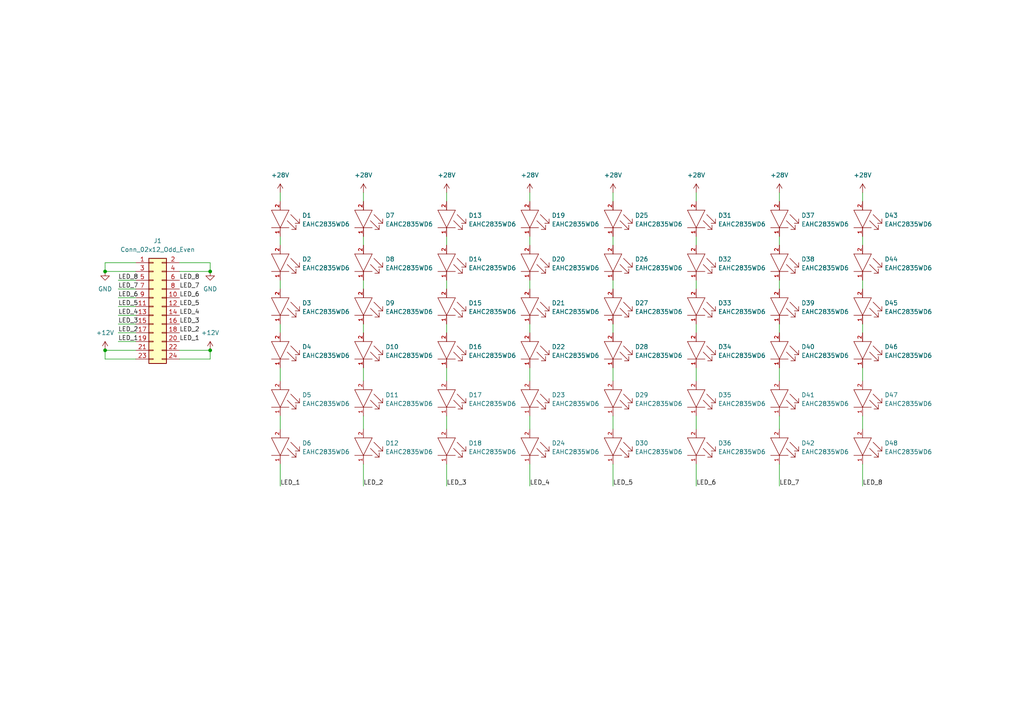
<source format=kicad_sch>
(kicad_sch (version 20211123) (generator eeschema)
  (paper "A4")
  (title_block (title "VU meter - płytka z diodami") (date "2022-06-16") (rev "1.1") (company "Maks Effects") (comment 1 "Maks i Nikodem :D"))
  (lib_symbols
    (symbol "Connector_Generic:Conn_02x12_Odd_Even" (pin_names (offset 1.016) hide)
      (property "Reference" "J" (at 1.27 15.24 0))
      (property "Value" "Conn_02x12_Odd_Even" (at 1.27 -17.78 0))
      (symbol "Conn_02x12_Odd_Even_1_1"
        (pin passive line (at -5.08 12.7 0) (length 3.81) (name "Pin_1") (number "1"))
        (pin passive line (at 7.62 2.54 180) (length 3.81) (name "Pin_10") (number "10"))
        (pin passive line (at -5.08 0 0) (length 3.81) (name "Pin_11") (number "11"))
        (pin passive line (at 7.62 0 180) (length 3.81) (name "Pin_12") (number "12"))
        (pin passive line (at -5.08 -2.54 0) (length 3.81) (name "Pin_13") (number "13"))
        (pin passive line (at 7.62 -2.54 180) (length 3.81) (name "Pin_14") (number "14"))
        (pin passive line (at -5.08 -5.08 0) (length 3.81) (name "Pin_15") (number "15"))
        (pin passive line (at 7.62 -5.08 180) (length 3.81) (name "Pin_16") (number "16"))
        (pin passive line (at -5.08 -7.62 0) (length 3.81) (name "Pin_17") (number "17"))
        (pin passive line (at 7.62 -7.62 180) (length 3.81) (name "Pin_18") (number "18"))
        (pin passive line (at -5.08 -10.16 0) (length 3.81) (name "Pin_19") (number "19"))
        (pin passive line (at 7.62 12.7 180) (length 3.81) (name "Pin_2") (number "2"))
        (pin passive line (at 7.62 -10.16 180) (length 3.81) (name "Pin_20") (number "20"))
        (pin passive line (at -5.08 -12.7 0) (length 3.81) (name "Pin_21") (number "21"))
        (pin passive line (at 7.62 -12.7 180) (length 3.81) (name "Pin_22") (number "22"))
        (pin passive line (at -5.08 -15.24 0) (length 3.81) (name "Pin_23") (number "23"))
        (pin passive line (at 7.62 -15.24 180) (length 3.81) (name "Pin_24") (number "24"))
        (pin passive line (at -5.08 10.16 0) (length 3.81) (name "Pin_3") (number "3"))
        (pin passive line (at 7.62 10.16 180) (length 3.81) (name "Pin_4") (number "4"))
        (pin passive line (at -5.08 7.62 0) (length 3.81) (name "Pin_5") (number "5"))
        (pin passive line (at 7.62 7.62 180) (length 3.81) (name "Pin_6") (number "6"))
        (pin passive line (at -5.08 5.08 0) (length 3.81) (name "Pin_7") (number "7"))
        (pin passive line (at 7.62 5.08 180) (length 3.81) (name "Pin_8") (number "8"))
        (pin passive line (at -5.08 2.54 0) (length 3.81) (name "Pin_9") (number "9"))
      )
    )
    (symbol "eec:EAHC2835WD6" (pin_names (offset 1.016))
      (property "Reference" "D" (at 0 10.16 0))
      (property "Value" "EAHC2835WD6" (at 0 12.7 0))
      (symbol "EAHC2835WD6_1_1"
        (pin passive line (at 12.7 0 180) (length 2.54) (name "CATHODE") (number "1"))
        (pin passive line (at 2.54 0 0) (length 2.54) (name "ANODE") (number "2"))
      )
    )
    (symbol "power:+12V" (power) (pin_names (offset 0))
      (property "Value" "+12V" (at 0 3.556 0))
      (symbol "+12V_1_1"
        (pin power_in line (at 0 0 90) (length 0) hide (name "+12V") (number "1"))
      )
    )
    (symbol "power:+28V" (power) (pin_names (offset 0))
      (property "Value" "+28V" (at 0 3.81 0))
      (symbol "+28V_1_1"
        (pin power_in line (at 0 0 90) (length 0) hide (name "+28V") (number "1"))
      )
    )
    (symbol "power:GND" (power) (pin_names (offset 0))
      (property "Value" "GND" (at 0 -3.81 0))
      (symbol "GND_1_1"
        (pin power_in line (at 0 0 270) (length 0) hide (name "GND") (number "1"))
      )
    )
  )
  (junction (at 30.48 101.6))
  (junction (at 60.96 78.74))
  (junction (at 30.48 78.74))
  (junction (at 60.96 101.6))
  (wire (pts (xy 39.37 104.14) (xy 30.48 104.14)))
  (wire (pts (xy 201.93 93.98) (xy 201.93 96.52)))
  (wire (pts (xy 129.54 81.28) (xy 129.54 83.82)))
  (wire (pts (xy 177.8 140.97) (xy 177.8 134.62)))
  (wire (pts (xy 250.19 55.88) (xy 250.19 58.42)))
  (wire (pts (xy 250.19 93.98) (xy 250.19 96.52)))
  (wire (pts (xy 226.06 93.98) (xy 226.06 96.52)))
  (wire (pts (xy 105.41 93.98) (xy 105.41 96.52)))
  (wire (pts (xy 52.07 104.14) (xy 60.96 104.14)))
  (wire (pts (xy 81.28 93.98) (xy 81.28 96.52)))
  (wire (pts (xy 250.19 68.58) (xy 250.19 71.12)))
  (wire (pts (xy 226.06 68.58) (xy 226.06 71.12)))
  (wire (pts (xy 153.67 120.65) (xy 153.67 124.46)))
  (wire (pts (xy 129.54 68.58) (xy 129.54 71.12)))
  (wire (pts (xy 105.41 81.28) (xy 105.41 83.82)))
  (wire (pts (xy 34.29 81.28) (xy 39.37 81.28)))
  (wire (pts (xy 129.54 93.98) (xy 129.54 96.52)))
  (wire (pts (xy 81.28 106.68) (xy 81.28 110.49)))
  (wire (pts (xy 30.48 101.6) (xy 39.37 101.6)))
  (wire (pts (xy 30.48 78.74) (xy 39.37 78.74)))
  (wire (pts (xy 201.93 140.97) (xy 201.93 134.62)))
  (wire (pts (xy 226.06 140.97) (xy 226.06 134.62)))
  (wire (pts (xy 105.41 120.65) (xy 105.41 124.46)))
  (wire (pts (xy 129.54 55.88) (xy 129.54 58.42)))
  (wire (pts (xy 226.06 106.68) (xy 226.06 110.49)))
  (wire (pts (xy 105.41 68.58) (xy 105.41 71.12)))
  (wire (pts (xy 250.19 140.97) (xy 250.19 134.62)))
  (wire (pts (xy 34.29 96.52) (xy 39.37 96.52)))
  (wire (pts (xy 201.93 106.68) (xy 201.93 110.49)))
  (wire (pts (xy 105.41 106.68) (xy 105.41 110.49)))
  (wire (pts (xy 226.06 55.88) (xy 226.06 58.42)))
  (wire (pts (xy 153.67 93.98) (xy 153.67 96.52)))
  (wire (pts (xy 153.67 68.58) (xy 153.67 71.12)))
  (wire (pts (xy 201.93 68.58) (xy 201.93 71.12)))
  (wire (pts (xy 177.8 93.98) (xy 177.8 96.52)))
  (wire (pts (xy 177.8 106.68) (xy 177.8 110.49)))
  (wire (pts (xy 250.19 106.68) (xy 250.19 110.49)))
  (wire (pts (xy 201.93 81.28) (xy 201.93 83.82)))
  (wire (pts (xy 250.19 81.28) (xy 250.19 83.82)))
  (wire (pts (xy 60.96 76.2) (xy 60.96 78.74)))
  (wire (pts (xy 52.07 101.6) (xy 60.96 101.6)))
  (wire (pts (xy 177.8 120.65) (xy 177.8 124.46)))
  (wire (pts (xy 34.29 99.06) (xy 39.37 99.06)))
  (wire (pts (xy 153.67 140.97) (xy 153.67 134.62)))
  (wire (pts (xy 34.29 83.82) (xy 39.37 83.82)))
  (wire (pts (xy 105.41 140.97) (xy 105.41 134.62)))
  (wire (pts (xy 60.96 104.14) (xy 60.96 101.6)))
  (wire (pts (xy 81.28 68.58) (xy 81.28 71.12)))
  (wire (pts (xy 153.67 106.68) (xy 153.67 110.49)))
  (wire (pts (xy 39.37 76.2) (xy 30.48 76.2)))
  (wire (pts (xy 52.07 78.74) (xy 60.96 78.74)))
  (wire (pts (xy 129.54 120.65) (xy 129.54 124.46)))
  (wire (pts (xy 34.29 91.44) (xy 39.37 91.44)))
  (wire (pts (xy 34.29 93.98) (xy 39.37 93.98)))
  (wire (pts (xy 34.29 88.9) (xy 39.37 88.9)))
  (wire (pts (xy 226.06 81.28) (xy 226.06 83.82)))
  (wire (pts (xy 177.8 81.28) (xy 177.8 83.82)))
  (wire (pts (xy 129.54 106.68) (xy 129.54 110.49)))
  (wire (pts (xy 177.8 68.58) (xy 177.8 71.12)))
  (wire (pts (xy 81.28 140.97) (xy 81.28 134.62)))
  (wire (pts (xy 250.19 120.65) (xy 250.19 124.46)))
  (wire (pts (xy 226.06 120.65) (xy 226.06 124.46)))
  (wire (pts (xy 34.29 86.36) (xy 39.37 86.36)))
  (wire (pts (xy 129.54 140.97) (xy 129.54 134.62)))
  (wire (pts (xy 81.28 55.88) (xy 81.28 58.42)))
  (wire (pts (xy 153.67 55.88) (xy 153.67 58.42)))
  (wire (pts (xy 30.48 76.2) (xy 30.48 78.74)))
  (wire (pts (xy 177.8 55.88) (xy 177.8 58.42)))
  (wire (pts (xy 52.07 76.2) (xy 60.96 76.2)))
  (wire (pts (xy 153.67 81.28) (xy 153.67 83.82)))
  (wire (pts (xy 81.28 120.65) (xy 81.28 124.46)))
  (wire (pts (xy 105.41 55.88) (xy 105.41 58.42)))
  (wire (pts (xy 30.48 104.14) (xy 30.48 101.6)))
  (wire (pts (xy 81.28 81.28) (xy 81.28 83.82)))
  (wire (pts (xy 201.93 55.88) (xy 201.93 58.42)))
  (wire (pts (xy 201.93 120.65) (xy 201.93 124.46)))
  (label "LED_7" (at 226.06 140.97 0))
  (label "LED_4" (at 52.07 91.44 0))
  (label "LED_8" (at 34.29 81.28 0))
  (label "LED_5" (at 52.07 88.9 0))
  (label "LED_1" (at 81.28 140.97 0))
  (label "LED_6" (at 34.29 86.36 0))
  (label "LED_8" (at 52.07 81.28 0))
  (label "LED_6" (at 201.93 140.97 0))
  (label "LED_1" (at 52.07 99.06 0))
  (label "LED_3" (at 52.07 93.98 0))
  (label "LED_3" (at 129.54 140.97 0))
  (label "LED_7" (at 34.29 83.82 0))
  (label "LED_6" (at 52.07 86.36 0))
  (label "LED_2" (at 105.41 140.97 0))
  (label "LED_4" (at 153.67 140.97 0))
  (label "LED_5" (at 34.29 88.9 0))
  (label "LED_8" (at 250.19 140.97 0))
  (label "LED_1" (at 34.29 99.06 0))
  (label "LED_2" (at 34.29 96.52 0))
  (label "LED_2" (at 52.07 96.52 0))
  (label "LED_3" (at 34.29 93.98 0))
  (label "LED_4" (at 34.29 91.44 0))
  (label "LED_5" (at 177.8 140.97 0))
  (label "LED_7" (at 52.07 83.82 0))
  (symbol (lib_id "eec:EAHC2835WD6") (at 177.8 55.88 270) (unit 1)
    (property "Reference" "D25" (at 184.15 62.4839 90) (effects (justify left)))
    (property "Value" "EAHC2835WD6" (at 184.15 65.0239 90) (effects (justify left)))
    (property "Footprint" "Diode_Everlight_EAHC2835WD6:Everlight-EAHC2835WD6-MFG" (effects hide))
    (property "Datasheet" "https://everlightamericas.com/index.php?controller=attachment&id_attachment=2355" (effects hide))
    (property "automotive" "No" (effects hide))
    (property "category" "Diode" (effects hide))
    (property "colour" "White" (effects hide))
    (property "device class L1" "Optoelectronics" (effects hide))
    (property "device class L2" "LEDs" (effects hide))
    (property "device class L3" "unset" (effects hide))
    (property "digikey description" "LED COOL WHITE 6500K 2SMD" (effects hide))
    (property "digikey part number" "1080-1461-1-ND" (effects hide))
    (property "forward current" "150mA" (effects hide))
    (property "forward voltage" "3.4V" (effects hide))
    (property "height" "0.85mm" (effects hide))
    (property "lead free" "Yes" (effects hide))
    (property "led orientation" "Top View" (effects hide))
    (property "library id" "70d3c750636d3268" (effects hide))
    (property "manufacturer" "Everlight" (effects hide))
    (property "max junction temp" "+115°C" (effects hide))
    (property "mouser description" "White High Power Lighting LED" (effects hide))
    (property "mouser part number" "638-EAHC2835WD6" (effects hide))
    (property "package" "PLCC2" (effects hide))
    (property "power dissipation" "630mW" (effects hide))
    (property "reverse voltage" "5V" (effects hide))
    (property "rohs" "Yes" (effects hide))
    (property "temperature range high" "+85°C" (effects hide))
    (property "temperature range low" "-40°C" (effects hide))
    (property "viewing angle" "120°" (effects hide))
  )
  (symbol (lib_id "eec:EAHC2835WD6") (at 129.54 55.88 270) (unit 1)
    (property "Reference" "D13" (at 135.89 62.4839 90) (effects (justify left)))
    (property "Value" "EAHC2835WD6" (at 135.89 65.0239 90) (effects (justify left)))
    (property "Footprint" "Diode_Everlight_EAHC2835WD6:Everlight-EAHC2835WD6-MFG" (effects hide))
    (property "Datasheet" "https://everlightamericas.com/index.php?controller=attachment&id_attachment=2355" (effects hide))
    (property "automotive" "No" (effects hide))
    (property "category" "Diode" (effects hide))
    (property "colour" "White" (effects hide))
    (property "device class L1" "Optoelectronics" (effects hide))
    (property "device class L2" "LEDs" (effects hide))
    (property "device class L3" "unset" (effects hide))
    (property "digikey description" "LED COOL WHITE 6500K 2SMD" (effects hide))
    (property "digikey part number" "1080-1461-1-ND" (effects hide))
    (property "forward current" "150mA" (effects hide))
    (property "forward voltage" "3.4V" (effects hide))
    (property "height" "0.85mm" (effects hide))
    (property "lead free" "Yes" (effects hide))
    (property "led orientation" "Top View" (effects hide))
    (property "library id" "70d3c750636d3268" (effects hide))
    (property "manufacturer" "Everlight" (effects hide))
    (property "max junction temp" "+115°C" (effects hide))
    (property "mouser description" "White High Power Lighting LED" (effects hide))
    (property "mouser part number" "638-EAHC2835WD6" (effects hide))
    (property "package" "PLCC2" (effects hide))
    (property "power dissipation" "630mW" (effects hide))
    (property "reverse voltage" "5V" (effects hide))
    (property "rohs" "Yes" (effects hide))
    (property "temperature range high" "+85°C" (effects hide))
    (property "temperature range low" "-40°C" (effects hide))
    (property "viewing angle" "120°" (effects hide))
  )
  (symbol (lib_id "eec:EAHC2835WD6") (at 250.19 81.28 270) (unit 1)
    (property "Reference" "D45" (at 256.54 87.8839 90) (effects (justify left)))
    (property "Value" "EAHC2835WD6" (at 256.54 90.4239 90) (effects (justify left)))
    (property "Footprint" "Diode_Everlight_EAHC2835WD6:Everlight-EAHC2835WD6-MFG" (effects hide))
    (property "Datasheet" "https://everlightamericas.com/index.php?controller=attachment&id_attachment=2355" (effects hide))
    (property "automotive" "No" (effects hide))
    (property "category" "Diode" (effects hide))
    (property "colour" "White" (effects hide))
    (property "device class L1" "Optoelectronics" (effects hide))
    (property "device class L2" "LEDs" (effects hide))
    (property "device class L3" "unset" (effects hide))
    (property "digikey description" "LED COOL WHITE 6500K 2SMD" (effects hide))
    (property "digikey part number" "1080-1461-1-ND" (effects hide))
    (property "forward current" "150mA" (effects hide))
    (property "forward voltage" "3.4V" (effects hide))
    (property "height" "0.85mm" (effects hide))
    (property "lead free" "Yes" (effects hide))
    (property "led orientation" "Top View" (effects hide))
    (property "library id" "70d3c750636d3268" (effects hide))
    (property "manufacturer" "Everlight" (effects hide))
    (property "max junction temp" "+115°C" (effects hide))
    (property "mouser description" "White High Power Lighting LED" (effects hide))
    (property "mouser part number" "638-EAHC2835WD6" (effects hide))
    (property "package" "PLCC2" (effects hide))
    (property "power dissipation" "630mW" (effects hide))
    (property "reverse voltage" "5V" (effects hide))
    (property "rohs" "Yes" (effects hide))
    (property "temperature range high" "+85°C" (effects hide))
    (property "temperature range low" "-40°C" (effects hide))
    (property "viewing angle" "120°" (effects hide))
  )
  (symbol (lib_id "power:+28V") (at 129.54 55.88 0) (unit 1)
    (property "Reference" "#PWR07" (effects hide))
    (property "Value" "+28V" (at 129.54 50.8 0))
  )
  (symbol (lib_id "eec:EAHC2835WD6") (at 177.8 121.92 270) (unit 1)
    (property "Reference" "D30" (at 184.15 128.5239 90) (effects (justify left)))
    (property "Value" "EAHC2835WD6" (at 184.15 131.0639 90) (effects (justify left)))
    (property "Footprint" "Diode_Everlight_EAHC2835WD6:Everlight-EAHC2835WD6-MFG" (effects hide))
    (property "Datasheet" "https://everlightamericas.com/index.php?controller=attachment&id_attachment=2355" (effects hide))
    (property "automotive" "No" (effects hide))
    (property "category" "Diode" (effects hide))
    (property "colour" "White" (effects hide))
    (property "device class L1" "Optoelectronics" (effects hide))
    (property "device class L2" "LEDs" (effects hide))
    (property "device class L3" "unset" (effects hide))
    (property "digikey description" "LED COOL WHITE 6500K 2SMD" (effects hide))
    (property "digikey part number" "1080-1461-1-ND" (effects hide))
    (property "forward current" "150mA" (effects hide))
    (property "forward voltage" "3.4V" (effects hide))
    (property "height" "0.85mm" (effects hide))
    (property "lead free" "Yes" (effects hide))
    (property "led orientation" "Top View" (effects hide))
    (property "library id" "70d3c750636d3268" (effects hide))
    (property "manufacturer" "Everlight" (effects hide))
    (property "max junction temp" "+115°C" (effects hide))
    (property "mouser description" "White High Power Lighting LED" (effects hide))
    (property "mouser part number" "638-EAHC2835WD6" (effects hide))
    (property "package" "PLCC2" (effects hide))
    (property "power dissipation" "630mW" (effects hide))
    (property "reverse voltage" "5V" (effects hide))
    (property "rohs" "Yes" (effects hide))
    (property "temperature range high" "+85°C" (effects hide))
    (property "temperature range low" "-40°C" (effects hide))
    (property "viewing angle" "120°" (effects hide))
  )
  (symbol (lib_id "eec:EAHC2835WD6") (at 153.67 107.95 270) (unit 1)
    (property "Reference" "D23" (at 160.02 114.5539 90) (effects (justify left)))
    (property "Value" "EAHC2835WD6" (at 160.02 117.0939 90) (effects (justify left)))
    (property "Footprint" "Diode_Everlight_EAHC2835WD6:Everlight-EAHC2835WD6-MFG" (effects hide))
    (property "Datasheet" "https://everlightamericas.com/index.php?controller=attachment&id_attachment=2355" (effects hide))
    (property "automotive" "No" (effects hide))
    (property "category" "Diode" (effects hide))
    (property "colour" "White" (effects hide))
    (property "device class L1" "Optoelectronics" (effects hide))
    (property "device class L2" "LEDs" (effects hide))
    (property "device class L3" "unset" (effects hide))
    (property "digikey description" "LED COOL WHITE 6500K 2SMD" (effects hide))
    (property "digikey part number" "1080-1461-1-ND" (effects hide))
    (property "forward current" "150mA" (effects hide))
    (property "forward voltage" "3.4V" (effects hide))
    (property "height" "0.85mm" (effects hide))
    (property "lead free" "Yes" (effects hide))
    (property "led orientation" "Top View" (effects hide))
    (property "library id" "70d3c750636d3268" (effects hide))
    (property "manufacturer" "Everlight" (effects hide))
    (property "max junction temp" "+115°C" (effects hide))
    (property "mouser description" "White High Power Lighting LED" (effects hide))
    (property "mouser part number" "638-EAHC2835WD6" (effects hide))
    (property "package" "PLCC2" (effects hide))
    (property "power dissipation" "630mW" (effects hide))
    (property "reverse voltage" "5V" (effects hide))
    (property "rohs" "Yes" (effects hide))
    (property "temperature range high" "+85°C" (effects hide))
    (property "temperature range low" "-40°C" (effects hide))
    (property "viewing angle" "120°" (effects hide))
  )
  (symbol (lib_id "Connector_Generic:Conn_02x12_Odd_Even") (at 44.45 88.9 0) (unit 1)
    (property "Reference" "J1" (at 45.72 69.85 0))
    (property "Value" "Conn_02x12_Odd_Even" (at 45.72 72.39 0))
    (property "Footprint" "Connector_PinHeader_2.54mm:PinHeader_2x12_P2.54mm_Horizontal" (effects hide))
  )
  (symbol (lib_id "power:+12V") (at 60.96 101.6 0) (unit 1)
    (property "Reference" "#PWR04" (effects hide))
    (property "Value" "+12V" (at 60.96 96.52 0))
  )
  (symbol (lib_id "eec:EAHC2835WD6") (at 201.93 121.92 270) (unit 1)
    (property "Reference" "D36" (at 208.28 128.5239 90) (effects (justify left)))
    (property "Value" "EAHC2835WD6" (at 208.28 131.0639 90) (effects (justify left)))
    (property "Footprint" "Diode_Everlight_EAHC2835WD6:Everlight-EAHC2835WD6-MFG" (effects hide))
    (property "Datasheet" "https://everlightamericas.com/index.php?controller=attachment&id_attachment=2355" (effects hide))
    (property "automotive" "No" (effects hide))
    (property "category" "Diode" (effects hide))
    (property "colour" "White" (effects hide))
    (property "device class L1" "Optoelectronics" (effects hide))
    (property "device class L2" "LEDs" (effects hide))
    (property "device class L3" "unset" (effects hide))
    (property "digikey description" "LED COOL WHITE 6500K 2SMD" (effects hide))
    (property "digikey part number" "1080-1461-1-ND" (effects hide))
    (property "forward current" "150mA" (effects hide))
    (property "forward voltage" "3.4V" (effects hide))
    (property "height" "0.85mm" (effects hide))
    (property "lead free" "Yes" (effects hide))
    (property "led orientation" "Top View" (effects hide))
    (property "library id" "70d3c750636d3268" (effects hide))
    (property "manufacturer" "Everlight" (effects hide))
    (property "max junction temp" "+115°C" (effects hide))
    (property "mouser description" "White High Power Lighting LED" (effects hide))
    (property "mouser part number" "638-EAHC2835WD6" (effects hide))
    (property "package" "PLCC2" (effects hide))
    (property "power dissipation" "630mW" (effects hide))
    (property "reverse voltage" "5V" (effects hide))
    (property "rohs" "Yes" (effects hide))
    (property "temperature range high" "+85°C" (effects hide))
    (property "temperature range low" "-40°C" (effects hide))
    (property "viewing angle" "120°" (effects hide))
  )
  (symbol (lib_id "eec:EAHC2835WD6") (at 105.41 107.95 270) (unit 1)
    (property "Reference" "D11" (at 111.76 114.5539 90) (effects (justify left)))
    (property "Value" "EAHC2835WD6" (at 111.76 117.0939 90) (effects (justify left)))
    (property "Footprint" "Diode_Everlight_EAHC2835WD6:Everlight-EAHC2835WD6-MFG" (effects hide))
    (property "Datasheet" "https://everlightamericas.com/index.php?controller=attachment&id_attachment=2355" (effects hide))
    (property "automotive" "No" (effects hide))
    (property "category" "Diode" (effects hide))
    (property "colour" "White" (effects hide))
    (property "device class L1" "Optoelectronics" (effects hide))
    (property "device class L2" "LEDs" (effects hide))
    (property "device class L3" "unset" (effects hide))
    (property "digikey description" "LED COOL WHITE 6500K 2SMD" (effects hide))
    (property "digikey part number" "1080-1461-1-ND" (effects hide))
    (property "forward current" "150mA" (effects hide))
    (property "forward voltage" "3.4V" (effects hide))
    (property "height" "0.85mm" (effects hide))
    (property "lead free" "Yes" (effects hide))
    (property "led orientation" "Top View" (effects hide))
    (property "library id" "70d3c750636d3268" (effects hide))
    (property "manufacturer" "Everlight" (effects hide))
    (property "max junction temp" "+115°C" (effects hide))
    (property "mouser description" "White High Power Lighting LED" (effects hide))
    (property "mouser part number" "638-EAHC2835WD6" (effects hide))
    (property "package" "PLCC2" (effects hide))
    (property "power dissipation" "630mW" (effects hide))
    (property "reverse voltage" "5V" (effects hide))
    (property "rohs" "Yes" (effects hide))
    (property "temperature range high" "+85°C" (effects hide))
    (property "temperature range low" "-40°C" (effects hide))
    (property "viewing angle" "120°" (effects hide))
  )
  (symbol (lib_id "eec:EAHC2835WD6") (at 81.28 55.88 270) (unit 1)
    (property "Reference" "D1" (at 87.63 62.4839 90) (effects (justify left)))
    (property "Value" "EAHC2835WD6" (at 87.63 65.0239 90) (effects (justify left)))
    (property "Footprint" "Diode_Everlight_EAHC2835WD6:Everlight-EAHC2835WD6-MFG" (effects hide))
    (property "Datasheet" "https://everlightamericas.com/index.php?controller=attachment&id_attachment=2355" (effects hide))
    (property "automotive" "No" (effects hide))
    (property "category" "Diode" (effects hide))
    (property "colour" "White" (effects hide))
    (property "device class L1" "Optoelectronics" (effects hide))
    (property "device class L2" "LEDs" (effects hide))
    (property "device class L3" "unset" (effects hide))
    (property "digikey description" "LED COOL WHITE 6500K 2SMD" (effects hide))
    (property "digikey part number" "1080-1461-1-ND" (effects hide))
    (property "forward current" "150mA" (effects hide))
    (property "forward voltage" "3.4V" (effects hide))
    (property "height" "0.85mm" (effects hide))
    (property "lead free" "Yes" (effects hide))
    (property "led orientation" "Top View" (effects hide))
    (property "library id" "70d3c750636d3268" (effects hide))
    (property "manufacturer" "Everlight" (effects hide))
    (property "max junction temp" "+115°C" (effects hide))
    (property "mouser description" "White High Power Lighting LED" (effects hide))
    (property "mouser part number" "638-EAHC2835WD6" (effects hide))
    (property "package" "PLCC2" (effects hide))
    (property "power dissipation" "630mW" (effects hide))
    (property "reverse voltage" "5V" (effects hide))
    (property "rohs" "Yes" (effects hide))
    (property "temperature range high" "+85°C" (effects hide))
    (property "temperature range low" "-40°C" (effects hide))
    (property "viewing angle" "120°" (effects hide))
  )
  (symbol (lib_id "eec:EAHC2835WD6") (at 105.41 55.88 270) (unit 1)
    (property "Reference" "D7" (at 111.76 62.4839 90) (effects (justify left)))
    (property "Value" "EAHC2835WD6" (at 111.76 65.0239 90) (effects (justify left)))
    (property "Footprint" "Diode_Everlight_EAHC2835WD6:Everlight-EAHC2835WD6-MFG" (effects hide))
    (property "Datasheet" "https://everlightamericas.com/index.php?controller=attachment&id_attachment=2355" (effects hide))
    (property "automotive" "No" (effects hide))
    (property "category" "Diode" (effects hide))
    (property "colour" "White" (effects hide))
    (property "device class L1" "Optoelectronics" (effects hide))
    (property "device class L2" "LEDs" (effects hide))
    (property "device class L3" "unset" (effects hide))
    (property "digikey description" "LED COOL WHITE 6500K 2SMD" (effects hide))
    (property "digikey part number" "1080-1461-1-ND" (effects hide))
    (property "forward current" "150mA" (effects hide))
    (property "forward voltage" "3.4V" (effects hide))
    (property "height" "0.85mm" (effects hide))
    (property "lead free" "Yes" (effects hide))
    (property "led orientation" "Top View" (effects hide))
    (property "library id" "70d3c750636d3268" (effects hide))
    (property "manufacturer" "Everlight" (effects hide))
    (property "max junction temp" "+115°C" (effects hide))
    (property "mouser description" "White High Power Lighting LED" (effects hide))
    (property "mouser part number" "638-EAHC2835WD6" (effects hide))
    (property "package" "PLCC2" (effects hide))
    (property "power dissipation" "630mW" (effects hide))
    (property "reverse voltage" "5V" (effects hide))
    (property "rohs" "Yes" (effects hide))
    (property "temperature range high" "+85°C" (effects hide))
    (property "temperature range low" "-40°C" (effects hide))
    (property "viewing angle" "120°" (effects hide))
  )
  (symbol (lib_id "power:+28V") (at 226.06 55.88 0) (unit 1)
    (property "Reference" "#PWR011" (effects hide))
    (property "Value" "+28V" (at 226.06 50.8 0))
  )
  (symbol (lib_id "eec:EAHC2835WD6") (at 177.8 81.28 270) (unit 1)
    (property "Reference" "D27" (at 184.15 87.8839 90) (effects (justify left)))
    (property "Value" "EAHC2835WD6" (at 184.15 90.4239 90) (effects (justify left)))
    (property "Footprint" "Diode_Everlight_EAHC2835WD6:Everlight-EAHC2835WD6-MFG" (effects hide))
    (property "Datasheet" "https://everlightamericas.com/index.php?controller=attachment&id_attachment=2355" (effects hide))
    (property "automotive" "No" (effects hide))
    (property "category" "Diode" (effects hide))
    (property "colour" "White" (effects hide))
    (property "device class L1" "Optoelectronics" (effects hide))
    (property "device class L2" "LEDs" (effects hide))
    (property "device class L3" "unset" (effects hide))
    (property "digikey description" "LED COOL WHITE 6500K 2SMD" (effects hide))
    (property "digikey part number" "1080-1461-1-ND" (effects hide))
    (property "forward current" "150mA" (effects hide))
    (property "forward voltage" "3.4V" (effects hide))
    (property "height" "0.85mm" (effects hide))
    (property "lead free" "Yes" (effects hide))
    (property "led orientation" "Top View" (effects hide))
    (property "library id" "70d3c750636d3268" (effects hide))
    (property "manufacturer" "Everlight" (effects hide))
    (property "max junction temp" "+115°C" (effects hide))
    (property "mouser description" "White High Power Lighting LED" (effects hide))
    (property "mouser part number" "638-EAHC2835WD6" (effects hide))
    (property "package" "PLCC2" (effects hide))
    (property "power dissipation" "630mW" (effects hide))
    (property "reverse voltage" "5V" (effects hide))
    (property "rohs" "Yes" (effects hide))
    (property "temperature range high" "+85°C" (effects hide))
    (property "temperature range low" "-40°C" (effects hide))
    (property "viewing angle" "120°" (effects hide))
  )
  (symbol (lib_id "eec:EAHC2835WD6") (at 129.54 107.95 270) (unit 1)
    (property "Reference" "D17" (at 135.89 114.5539 90) (effects (justify left)))
    (property "Value" "EAHC2835WD6" (at 135.89 117.0939 90) (effects (justify left)))
    (property "Footprint" "Diode_Everlight_EAHC2835WD6:Everlight-EAHC2835WD6-MFG" (effects hide))
    (property "Datasheet" "https://everlightamericas.com/index.php?controller=attachment&id_attachment=2355" (effects hide))
    (property "automotive" "No" (effects hide))
    (property "category" "Diode" (effects hide))
    (property "colour" "White" (effects hide))
    (property "device class L1" "Optoelectronics" (effects hide))
    (property "device class L2" "LEDs" (effects hide))
    (property "device class L3" "unset" (effects hide))
    (property "digikey description" "LED COOL WHITE 6500K 2SMD" (effects hide))
    (property "digikey part number" "1080-1461-1-ND" (effects hide))
    (property "forward current" "150mA" (effects hide))
    (property "forward voltage" "3.4V" (effects hide))
    (property "height" "0.85mm" (effects hide))
    (property "lead free" "Yes" (effects hide))
    (property "led orientation" "Top View" (effects hide))
    (property "library id" "70d3c750636d3268" (effects hide))
    (property "manufacturer" "Everlight" (effects hide))
    (property "max junction temp" "+115°C" (effects hide))
    (property "mouser description" "White High Power Lighting LED" (effects hide))
    (property "mouser part number" "638-EAHC2835WD6" (effects hide))
    (property "package" "PLCC2" (effects hide))
    (property "power dissipation" "630mW" (effects hide))
    (property "reverse voltage" "5V" (effects hide))
    (property "rohs" "Yes" (effects hide))
    (property "temperature range high" "+85°C" (effects hide))
    (property "temperature range low" "-40°C" (effects hide))
    (property "viewing angle" "120°" (effects hide))
  )
  (symbol (lib_id "eec:EAHC2835WD6") (at 201.93 68.58 270) (unit 1)
    (property "Reference" "D32" (at 208.28 75.1839 90) (effects (justify left)))
    (property "Value" "EAHC2835WD6" (at 208.28 77.7239 90) (effects (justify left)))
    (property "Footprint" "Diode_Everlight_EAHC2835WD6:Everlight-EAHC2835WD6-MFG" (effects hide))
    (property "Datasheet" "https://everlightamericas.com/index.php?controller=attachment&id_attachment=2355" (effects hide))
    (property "automotive" "No" (effects hide))
    (property "category" "Diode" (effects hide))
    (property "colour" "White" (effects hide))
    (property "device class L1" "Optoelectronics" (effects hide))
    (property "device class L2" "LEDs" (effects hide))
    (property "device class L3" "unset" (effects hide))
    (property "digikey description" "LED COOL WHITE 6500K 2SMD" (effects hide))
    (property "digikey part number" "1080-1461-1-ND" (effects hide))
    (property "forward current" "150mA" (effects hide))
    (property "forward voltage" "3.4V" (effects hide))
    (property "height" "0.85mm" (effects hide))
    (property "lead free" "Yes" (effects hide))
    (property "led orientation" "Top View" (effects hide))
    (property "library id" "70d3c750636d3268" (effects hide))
    (property "manufacturer" "Everlight" (effects hide))
    (property "max junction temp" "+115°C" (effects hide))
    (property "mouser description" "White High Power Lighting LED" (effects hide))
    (property "mouser part number" "638-EAHC2835WD6" (effects hide))
    (property "package" "PLCC2" (effects hide))
    (property "power dissipation" "630mW" (effects hide))
    (property "reverse voltage" "5V" (effects hide))
    (property "rohs" "Yes" (effects hide))
    (property "temperature range high" "+85°C" (effects hide))
    (property "temperature range low" "-40°C" (effects hide))
    (property "viewing angle" "120°" (effects hide))
  )
  (symbol (lib_id "eec:EAHC2835WD6") (at 153.67 68.58 270) (unit 1)
    (property "Reference" "D20" (at 160.02 75.1839 90) (effects (justify left)))
    (property "Value" "EAHC2835WD6" (at 160.02 77.7239 90) (effects (justify left)))
    (property "Footprint" "Diode_Everlight_EAHC2835WD6:Everlight-EAHC2835WD6-MFG" (effects hide))
    (property "Datasheet" "https://everlightamericas.com/index.php?controller=attachment&id_attachment=2355" (effects hide))
    (property "automotive" "No" (effects hide))
    (property "category" "Diode" (effects hide))
    (property "colour" "White" (effects hide))
    (property "device class L1" "Optoelectronics" (effects hide))
    (property "device class L2" "LEDs" (effects hide))
    (property "device class L3" "unset" (effects hide))
    (property "digikey description" "LED COOL WHITE 6500K 2SMD" (effects hide))
    (property "digikey part number" "1080-1461-1-ND" (effects hide))
    (property "forward current" "150mA" (effects hide))
    (property "forward voltage" "3.4V" (effects hide))
    (property "height" "0.85mm" (effects hide))
    (property "lead free" "Yes" (effects hide))
    (property "led orientation" "Top View" (effects hide))
    (property "library id" "70d3c750636d3268" (effects hide))
    (property "manufacturer" "Everlight" (effects hide))
    (property "max junction temp" "+115°C" (effects hide))
    (property "mouser description" "White High Power Lighting LED" (effects hide))
    (property "mouser part number" "638-EAHC2835WD6" (effects hide))
    (property "package" "PLCC2" (effects hide))
    (property "power dissipation" "630mW" (effects hide))
    (property "reverse voltage" "5V" (effects hide))
    (property "rohs" "Yes" (effects hide))
    (property "temperature range high" "+85°C" (effects hide))
    (property "temperature range low" "-40°C" (effects hide))
    (property "viewing angle" "120°" (effects hide))
  )
  (symbol (lib_id "eec:EAHC2835WD6") (at 129.54 68.58 270) (unit 1)
    (property "Reference" "D14" (at 135.89 75.1839 90) (effects (justify left)))
    (property "Value" "EAHC2835WD6" (at 135.89 77.7239 90) (effects (justify left)))
    (property "Footprint" "Diode_Everlight_EAHC2835WD6:Everlight-EAHC2835WD6-MFG" (effects hide))
    (property "Datasheet" "https://everlightamericas.com/index.php?controller=attachment&id_attachment=2355" (effects hide))
    (property "automotive" "No" (effects hide))
    (property "category" "Diode" (effects hide))
    (property "colour" "White" (effects hide))
    (property "device class L1" "Optoelectronics" (effects hide))
    (property "device class L2" "LEDs" (effects hide))
    (property "device class L3" "unset" (effects hide))
    (property "digikey description" "LED COOL WHITE 6500K 2SMD" (effects hide))
    (property "digikey part number" "1080-1461-1-ND" (effects hide))
    (property "forward current" "150mA" (effects hide))
    (property "forward voltage" "3.4V" (effects hide))
    (property "height" "0.85mm" (effects hide))
    (property "lead free" "Yes" (effects hide))
    (property "led orientation" "Top View" (effects hide))
    (property "library id" "70d3c750636d3268" (effects hide))
    (property "manufacturer" "Everlight" (effects hide))
    (property "max junction temp" "+115°C" (effects hide))
    (property "mouser description" "White High Power Lighting LED" (effects hide))
    (property "mouser part number" "638-EAHC2835WD6" (effects hide))
    (property "package" "PLCC2" (effects hide))
    (property "power dissipation" "630mW" (effects hide))
    (property "reverse voltage" "5V" (effects hide))
    (property "rohs" "Yes" (effects hide))
    (property "temperature range high" "+85°C" (effects hide))
    (property "temperature range low" "-40°C" (effects hide))
    (property "viewing angle" "120°" (effects hide))
  )
  (symbol (lib_id "power:+28V") (at 250.19 55.88 0) (unit 1)
    (property "Reference" "#PWR012" (effects hide))
    (property "Value" "+28V" (at 250.19 50.8 0))
  )
  (symbol (lib_id "eec:EAHC2835WD6") (at 81.28 93.98 270) (unit 1)
    (property "Reference" "D4" (at 87.63 100.5839 90) (effects (justify left)))
    (property "Value" "EAHC2835WD6" (at 87.63 103.1239 90) (effects (justify left)))
    (property "Footprint" "Diode_Everlight_EAHC2835WD6:Everlight-EAHC2835WD6-MFG" (effects hide))
    (property "Datasheet" "https://everlightamericas.com/index.php?controller=attachment&id_attachment=2355" (effects hide))
    (property "automotive" "No" (effects hide))
    (property "category" "Diode" (effects hide))
    (property "colour" "White" (effects hide))
    (property "device class L1" "Optoelectronics" (effects hide))
    (property "device class L2" "LEDs" (effects hide))
    (property "device class L3" "unset" (effects hide))
    (property "digikey description" "LED COOL WHITE 6500K 2SMD" (effects hide))
    (property "digikey part number" "1080-1461-1-ND" (effects hide))
    (property "forward current" "150mA" (effects hide))
    (property "forward voltage" "3.4V" (effects hide))
    (property "height" "0.85mm" (effects hide))
    (property "lead free" "Yes" (effects hide))
    (property "led orientation" "Top View" (effects hide))
    (property "library id" "70d3c750636d3268" (effects hide))
    (property "manufacturer" "Everlight" (effects hide))
    (property "max junction temp" "+115°C" (effects hide))
    (property "mouser description" "White High Power Lighting LED" (effects hide))
    (property "mouser part number" "638-EAHC2835WD6" (effects hide))
    (property "package" "PLCC2" (effects hide))
    (property "power dissipation" "630mW" (effects hide))
    (property "reverse voltage" "5V" (effects hide))
    (property "rohs" "Yes" (effects hide))
    (property "temperature range high" "+85°C" (effects hide))
    (property "temperature range low" "-40°C" (effects hide))
    (property "viewing angle" "120°" (effects hide))
  )
  (symbol (lib_id "eec:EAHC2835WD6") (at 177.8 68.58 270) (unit 1)
    (property "Reference" "D26" (at 184.15 75.1839 90) (effects (justify left)))
    (property "Value" "EAHC2835WD6" (at 184.15 77.7239 90) (effects (justify left)))
    (property "Footprint" "Diode_Everlight_EAHC2835WD6:Everlight-EAHC2835WD6-MFG" (effects hide))
    (property "Datasheet" "https://everlightamericas.com/index.php?controller=attachment&id_attachment=2355" (effects hide))
    (property "automotive" "No" (effects hide))
    (property "category" "Diode" (effects hide))
    (property "colour" "White" (effects hide))
    (property "device class L1" "Optoelectronics" (effects hide))
    (property "device class L2" "LEDs" (effects hide))
    (property "device class L3" "unset" (effects hide))
    (property "digikey description" "LED COOL WHITE 6500K 2SMD" (effects hide))
    (property "digikey part number" "1080-1461-1-ND" (effects hide))
    (property "forward current" "150mA" (effects hide))
    (property "forward voltage" "3.4V" (effects hide))
    (property "height" "0.85mm" (effects hide))
    (property "lead free" "Yes" (effects hide))
    (property "led orientation" "Top View" (effects hide))
    (property "library id" "70d3c750636d3268" (effects hide))
    (property "manufacturer" "Everlight" (effects hide))
    (property "max junction temp" "+115°C" (effects hide))
    (property "mouser description" "White High Power Lighting LED" (effects hide))
    (property "mouser part number" "638-EAHC2835WD6" (effects hide))
    (property "package" "PLCC2" (effects hide))
    (property "power dissipation" "630mW" (effects hide))
    (property "reverse voltage" "5V" (effects hide))
    (property "rohs" "Yes" (effects hide))
    (property "temperature range high" "+85°C" (effects hide))
    (property "temperature range low" "-40°C" (effects hide))
    (property "viewing angle" "120°" (effects hide))
  )
  (symbol (lib_id "eec:EAHC2835WD6") (at 153.67 81.28 270) (unit 1)
    (property "Reference" "D21" (at 160.02 87.8839 90) (effects (justify left)))
    (property "Value" "EAHC2835WD6" (at 160.02 90.4239 90) (effects (justify left)))
    (property "Footprint" "Diode_Everlight_EAHC2835WD6:Everlight-EAHC2835WD6-MFG" (effects hide))
    (property "Datasheet" "https://everlightamericas.com/index.php?controller=attachment&id_attachment=2355" (effects hide))
    (property "automotive" "No" (effects hide))
    (property "category" "Diode" (effects hide))
    (property "colour" "White" (effects hide))
    (property "device class L1" "Optoelectronics" (effects hide))
    (property "device class L2" "LEDs" (effects hide))
    (property "device class L3" "unset" (effects hide))
    (property "digikey description" "LED COOL WHITE 6500K 2SMD" (effects hide))
    (property "digikey part number" "1080-1461-1-ND" (effects hide))
    (property "forward current" "150mA" (effects hide))
    (property "forward voltage" "3.4V" (effects hide))
    (property "height" "0.85mm" (effects hide))
    (property "lead free" "Yes" (effects hide))
    (property "led orientation" "Top View" (effects hide))
    (property "library id" "70d3c750636d3268" (effects hide))
    (property "manufacturer" "Everlight" (effects hide))
    (property "max junction temp" "+115°C" (effects hide))
    (property "mouser description" "White High Power Lighting LED" (effects hide))
    (property "mouser part number" "638-EAHC2835WD6" (effects hide))
    (property "package" "PLCC2" (effects hide))
    (property "power dissipation" "630mW" (effects hide))
    (property "reverse voltage" "5V" (effects hide))
    (property "rohs" "Yes" (effects hide))
    (property "temperature range high" "+85°C" (effects hide))
    (property "temperature range low" "-40°C" (effects hide))
    (property "viewing angle" "120°" (effects hide))
  )
  (symbol (lib_id "eec:EAHC2835WD6") (at 250.19 121.92 270) (unit 1)
    (property "Reference" "D48" (at 256.54 128.5239 90) (effects (justify left)))
    (property "Value" "EAHC2835WD6" (at 256.54 131.0639 90) (effects (justify left)))
    (property "Footprint" "Diode_Everlight_EAHC2835WD6:Everlight-EAHC2835WD6-MFG" (effects hide))
    (property "Datasheet" "https://everlightamericas.com/index.php?controller=attachment&id_attachment=2355" (effects hide))
    (property "automotive" "No" (effects hide))
    (property "category" "Diode" (effects hide))
    (property "colour" "White" (effects hide))
    (property "device class L1" "Optoelectronics" (effects hide))
    (property "device class L2" "LEDs" (effects hide))
    (property "device class L3" "unset" (effects hide))
    (property "digikey description" "LED COOL WHITE 6500K 2SMD" (effects hide))
    (property "digikey part number" "1080-1461-1-ND" (effects hide))
    (property "forward current" "150mA" (effects hide))
    (property "forward voltage" "3.4V" (effects hide))
    (property "height" "0.85mm" (effects hide))
    (property "lead free" "Yes" (effects hide))
    (property "led orientation" "Top View" (effects hide))
    (property "library id" "70d3c750636d3268" (effects hide))
    (property "manufacturer" "Everlight" (effects hide))
    (property "max junction temp" "+115°C" (effects hide))
    (property "mouser description" "White High Power Lighting LED" (effects hide))
    (property "mouser part number" "638-EAHC2835WD6" (effects hide))
    (property "package" "PLCC2" (effects hide))
    (property "power dissipation" "630mW" (effects hide))
    (property "reverse voltage" "5V" (effects hide))
    (property "rohs" "Yes" (effects hide))
    (property "temperature range high" "+85°C" (effects hide))
    (property "temperature range low" "-40°C" (effects hide))
    (property "viewing angle" "120°" (effects hide))
  )
  (symbol (lib_id "eec:EAHC2835WD6") (at 201.93 93.98 270) (unit 1)
    (property "Reference" "D34" (at 208.28 100.5839 90) (effects (justify left)))
    (property "Value" "EAHC2835WD6" (at 208.28 103.1239 90) (effects (justify left)))
    (property "Footprint" "Diode_Everlight_EAHC2835WD6:Everlight-EAHC2835WD6-MFG" (effects hide))
    (property "Datasheet" "https://everlightamericas.com/index.php?controller=attachment&id_attachment=2355" (effects hide))
    (property "automotive" "No" (effects hide))
    (property "category" "Diode" (effects hide))
    (property "colour" "White" (effects hide))
    (property "device class L1" "Optoelectronics" (effects hide))
    (property "device class L2" "LEDs" (effects hide))
    (property "device class L3" "unset" (effects hide))
    (property "digikey description" "LED COOL WHITE 6500K 2SMD" (effects hide))
    (property "digikey part number" "1080-1461-1-ND" (effects hide))
    (property "forward current" "150mA" (effects hide))
    (property "forward voltage" "3.4V" (effects hide))
    (property "height" "0.85mm" (effects hide))
    (property "lead free" "Yes" (effects hide))
    (property "led orientation" "Top View" (effects hide))
    (property "library id" "70d3c750636d3268" (effects hide))
    (property "manufacturer" "Everlight" (effects hide))
    (property "max junction temp" "+115°C" (effects hide))
    (property "mouser description" "White High Power Lighting LED" (effects hide))
    (property "mouser part number" "638-EAHC2835WD6" (effects hide))
    (property "package" "PLCC2" (effects hide))
    (property "power dissipation" "630mW" (effects hide))
    (property "reverse voltage" "5V" (effects hide))
    (property "rohs" "Yes" (effects hide))
    (property "temperature range high" "+85°C" (effects hide))
    (property "temperature range low" "-40°C" (effects hide))
    (property "viewing angle" "120°" (effects hide))
  )
  (symbol (lib_id "eec:EAHC2835WD6") (at 250.19 55.88 270) (unit 1)
    (property "Reference" "D43" (at 256.54 62.4839 90) (effects (justify left)))
    (property "Value" "EAHC2835WD6" (at 256.54 65.0239 90) (effects (justify left)))
    (property "Footprint" "Diode_Everlight_EAHC2835WD6:Everlight-EAHC2835WD6-MFG" (effects hide))
    (property "Datasheet" "https://everlightamericas.com/index.php?controller=attachment&id_attachment=2355" (effects hide))
    (property "automotive" "No" (effects hide))
    (property "category" "Diode" (effects hide))
    (property "colour" "White" (effects hide))
    (property "device class L1" "Optoelectronics" (effects hide))
    (property "device class L2" "LEDs" (effects hide))
    (property "device class L3" "unset" (effects hide))
    (property "digikey description" "LED COOL WHITE 6500K 2SMD" (effects hide))
    (property "digikey part number" "1080-1461-1-ND" (effects hide))
    (property "forward current" "150mA" (effects hide))
    (property "forward voltage" "3.4V" (effects hide))
    (property "height" "0.85mm" (effects hide))
    (property "lead free" "Yes" (effects hide))
    (property "led orientation" "Top View" (effects hide))
    (property "library id" "70d3c750636d3268" (effects hide))
    (property "manufacturer" "Everlight" (effects hide))
    (property "max junction temp" "+115°C" (effects hide))
    (property "mouser description" "White High Power Lighting LED" (effects hide))
    (property "mouser part number" "638-EAHC2835WD6" (effects hide))
    (property "package" "PLCC2" (effects hide))
    (property "power dissipation" "630mW" (effects hide))
    (property "reverse voltage" "5V" (effects hide))
    (property "rohs" "Yes" (effects hide))
    (property "temperature range high" "+85°C" (effects hide))
    (property "temperature range low" "-40°C" (effects hide))
    (property "viewing angle" "120°" (effects hide))
  )
  (symbol (lib_id "power:+28V") (at 177.8 55.88 0) (unit 1)
    (property "Reference" "#PWR09" (effects hide))
    (property "Value" "+28V" (at 177.8 50.8 0))
  )
  (symbol (lib_id "eec:EAHC2835WD6") (at 81.28 107.95 270) (unit 1)
    (property "Reference" "D5" (at 87.63 114.5539 90) (effects (justify left)))
    (property "Value" "EAHC2835WD6" (at 87.63 117.0939 90) (effects (justify left)))
    (property "Footprint" "Diode_Everlight_EAHC2835WD6:Everlight-EAHC2835WD6-MFG" (effects hide))
    (property "Datasheet" "https://everlightamericas.com/index.php?controller=attachment&id_attachment=2355" (effects hide))
    (property "automotive" "No" (effects hide))
    (property "category" "Diode" (effects hide))
    (property "colour" "White" (effects hide))
    (property "device class L1" "Optoelectronics" (effects hide))
    (property "device class L2" "LEDs" (effects hide))
    (property "device class L3" "unset" (effects hide))
    (property "digikey description" "LED COOL WHITE 6500K 2SMD" (effects hide))
    (property "digikey part number" "1080-1461-1-ND" (effects hide))
    (property "forward current" "150mA" (effects hide))
    (property "forward voltage" "3.4V" (effects hide))
    (property "height" "0.85mm" (effects hide))
    (property "lead free" "Yes" (effects hide))
    (property "led orientation" "Top View" (effects hide))
    (property "library id" "70d3c750636d3268" (effects hide))
    (property "manufacturer" "Everlight" (effects hide))
    (property "max junction temp" "+115°C" (effects hide))
    (property "mouser description" "White High Power Lighting LED" (effects hide))
    (property "mouser part number" "638-EAHC2835WD6" (effects hide))
    (property "package" "PLCC2" (effects hide))
    (property "power dissipation" "630mW" (effects hide))
    (property "reverse voltage" "5V" (effects hide))
    (property "rohs" "Yes" (effects hide))
    (property "temperature range high" "+85°C" (effects hide))
    (property "temperature range low" "-40°C" (effects hide))
    (property "viewing angle" "120°" (effects hide))
  )
  (symbol (lib_id "eec:EAHC2835WD6") (at 201.93 107.95 270) (unit 1)
    (property "Reference" "D35" (at 208.28 114.5539 90) (effects (justify left)))
    (property "Value" "EAHC2835WD6" (at 208.28 117.0939 90) (effects (justify left)))
    (property "Footprint" "Diode_Everlight_EAHC2835WD6:Everlight-EAHC2835WD6-MFG" (effects hide))
    (property "Datasheet" "https://everlightamericas.com/index.php?controller=attachment&id_attachment=2355" (effects hide))
    (property "automotive" "No" (effects hide))
    (property "category" "Diode" (effects hide))
    (property "colour" "White" (effects hide))
    (property "device class L1" "Optoelectronics" (effects hide))
    (property "device class L2" "LEDs" (effects hide))
    (property "device class L3" "unset" (effects hide))
    (property "digikey description" "LED COOL WHITE 6500K 2SMD" (effects hide))
    (property "digikey part number" "1080-1461-1-ND" (effects hide))
    (property "forward current" "150mA" (effects hide))
    (property "forward voltage" "3.4V" (effects hide))
    (property "height" "0.85mm" (effects hide))
    (property "lead free" "Yes" (effects hide))
    (property "led orientation" "Top View" (effects hide))
    (property "library id" "70d3c750636d3268" (effects hide))
    (property "manufacturer" "Everlight" (effects hide))
    (property "max junction temp" "+115°C" (effects hide))
    (property "mouser description" "White High Power Lighting LED" (effects hide))
    (property "mouser part number" "638-EAHC2835WD6" (effects hide))
    (property "package" "PLCC2" (effects hide))
    (property "power dissipation" "630mW" (effects hide))
    (property "reverse voltage" "5V" (effects hide))
    (property "rohs" "Yes" (effects hide))
    (property "temperature range high" "+85°C" (effects hide))
    (property "temperature range low" "-40°C" (effects hide))
    (property "viewing angle" "120°" (effects hide))
  )
  (symbol (lib_id "eec:EAHC2835WD6") (at 153.67 93.98 270) (unit 1)
    (property "Reference" "D22" (at 160.02 100.5839 90) (effects (justify left)))
    (property "Value" "EAHC2835WD6" (at 160.02 103.1239 90) (effects (justify left)))
    (property "Footprint" "Diode_Everlight_EAHC2835WD6:Everlight-EAHC2835WD6-MFG" (effects hide))
    (property "Datasheet" "https://everlightamericas.com/index.php?controller=attachment&id_attachment=2355" (effects hide))
    (property "automotive" "No" (effects hide))
    (property "category" "Diode" (effects hide))
    (property "colour" "White" (effects hide))
    (property "device class L1" "Optoelectronics" (effects hide))
    (property "device class L2" "LEDs" (effects hide))
    (property "device class L3" "unset" (effects hide))
    (property "digikey description" "LED COOL WHITE 6500K 2SMD" (effects hide))
    (property "digikey part number" "1080-1461-1-ND" (effects hide))
    (property "forward current" "150mA" (effects hide))
    (property "forward voltage" "3.4V" (effects hide))
    (property "height" "0.85mm" (effects hide))
    (property "lead free" "Yes" (effects hide))
    (property "led orientation" "Top View" (effects hide))
    (property "library id" "70d3c750636d3268" (effects hide))
    (property "manufacturer" "Everlight" (effects hide))
    (property "max junction temp" "+115°C" (effects hide))
    (property "mouser description" "White High Power Lighting LED" (effects hide))
    (property "mouser part number" "638-EAHC2835WD6" (effects hide))
    (property "package" "PLCC2" (effects hide))
    (property "power dissipation" "630mW" (effects hide))
    (property "reverse voltage" "5V" (effects hide))
    (property "rohs" "Yes" (effects hide))
    (property "temperature range high" "+85°C" (effects hide))
    (property "temperature range low" "-40°C" (effects hide))
    (property "viewing angle" "120°" (effects hide))
  )
  (symbol (lib_id "eec:EAHC2835WD6") (at 153.67 121.92 270) (unit 1)
    (property "Reference" "D24" (at 160.02 128.5239 90) (effects (justify left)))
    (property "Value" "EAHC2835WD6" (at 160.02 131.0639 90) (effects (justify left)))
    (property "Footprint" "Diode_Everlight_EAHC2835WD6:Everlight-EAHC2835WD6-MFG" (effects hide))
    (property "Datasheet" "https://everlightamericas.com/index.php?controller=attachment&id_attachment=2355" (effects hide))
    (property "automotive" "No" (effects hide))
    (property "category" "Diode" (effects hide))
    (property "colour" "White" (effects hide))
    (property "device class L1" "Optoelectronics" (effects hide))
    (property "device class L2" "LEDs" (effects hide))
    (property "device class L3" "unset" (effects hide))
    (property "digikey description" "LED COOL WHITE 6500K 2SMD" (effects hide))
    (property "digikey part number" "1080-1461-1-ND" (effects hide))
    (property "forward current" "150mA" (effects hide))
    (property "forward voltage" "3.4V" (effects hide))
    (property "height" "0.85mm" (effects hide))
    (property "lead free" "Yes" (effects hide))
    (property "led orientation" "Top View" (effects hide))
    (property "library id" "70d3c750636d3268" (effects hide))
    (property "manufacturer" "Everlight" (effects hide))
    (property "max junction temp" "+115°C" (effects hide))
    (property "mouser description" "White High Power Lighting LED" (effects hide))
    (property "mouser part number" "638-EAHC2835WD6" (effects hide))
    (property "package" "PLCC2" (effects hide))
    (property "power dissipation" "630mW" (effects hide))
    (property "reverse voltage" "5V" (effects hide))
    (property "rohs" "Yes" (effects hide))
    (property "temperature range high" "+85°C" (effects hide))
    (property "temperature range low" "-40°C" (effects hide))
    (property "viewing angle" "120°" (effects hide))
  )
  (symbol (lib_id "eec:EAHC2835WD6") (at 81.28 81.28 270) (unit 1)
    (property "Reference" "D3" (at 87.63 87.8839 90) (effects (justify left)))
    (property "Value" "EAHC2835WD6" (at 87.63 90.4239 90) (effects (justify left)))
    (property "Footprint" "Diode_Everlight_EAHC2835WD6:Everlight-EAHC2835WD6-MFG" (effects hide))
    (property "Datasheet" "https://everlightamericas.com/index.php?controller=attachment&id_attachment=2355" (effects hide))
    (property "automotive" "No" (effects hide))
    (property "category" "Diode" (effects hide))
    (property "colour" "White" (effects hide))
    (property "device class L1" "Optoelectronics" (effects hide))
    (property "device class L2" "LEDs" (effects hide))
    (property "device class L3" "unset" (effects hide))
    (property "digikey description" "LED COOL WHITE 6500K 2SMD" (effects hide))
    (property "digikey part number" "1080-1461-1-ND" (effects hide))
    (property "forward current" "150mA" (effects hide))
    (property "forward voltage" "3.4V" (effects hide))
    (property "height" "0.85mm" (effects hide))
    (property "lead free" "Yes" (effects hide))
    (property "led orientation" "Top View" (effects hide))
    (property "library id" "70d3c750636d3268" (effects hide))
    (property "manufacturer" "Everlight" (effects hide))
    (property "max junction temp" "+115°C" (effects hide))
    (property "mouser description" "White High Power Lighting LED" (effects hide))
    (property "mouser part number" "638-EAHC2835WD6" (effects hide))
    (property "package" "PLCC2" (effects hide))
    (property "power dissipation" "630mW" (effects hide))
    (property "reverse voltage" "5V" (effects hide))
    (property "rohs" "Yes" (effects hide))
    (property "temperature range high" "+85°C" (effects hide))
    (property "temperature range low" "-40°C" (effects hide))
    (property "viewing angle" "120°" (effects hide))
  )
  (symbol (lib_id "eec:EAHC2835WD6") (at 129.54 81.28 270) (unit 1)
    (property "Reference" "D15" (at 135.89 87.8839 90) (effects (justify left)))
    (property "Value" "EAHC2835WD6" (at 135.89 90.4239 90) (effects (justify left)))
    (property "Footprint" "Diode_Everlight_EAHC2835WD6:Everlight-EAHC2835WD6-MFG" (effects hide))
    (property "Datasheet" "https://everlightamericas.com/index.php?controller=attachment&id_attachment=2355" (effects hide))
    (property "automotive" "No" (effects hide))
    (property "category" "Diode" (effects hide))
    (property "colour" "White" (effects hide))
    (property "device class L1" "Optoelectronics" (effects hide))
    (property "device class L2" "LEDs" (effects hide))
    (property "device class L3" "unset" (effects hide))
    (property "digikey description" "LED COOL WHITE 6500K 2SMD" (effects hide))
    (property "digikey part number" "1080-1461-1-ND" (effects hide))
    (property "forward current" "150mA" (effects hide))
    (property "forward voltage" "3.4V" (effects hide))
    (property "height" "0.85mm" (effects hide))
    (property "lead free" "Yes" (effects hide))
    (property "led orientation" "Top View" (effects hide))
    (property "library id" "70d3c750636d3268" (effects hide))
    (property "manufacturer" "Everlight" (effects hide))
    (property "max junction temp" "+115°C" (effects hide))
    (property "mouser description" "White High Power Lighting LED" (effects hide))
    (property "mouser part number" "638-EAHC2835WD6" (effects hide))
    (property "package" "PLCC2" (effects hide))
    (property "power dissipation" "630mW" (effects hide))
    (property "reverse voltage" "5V" (effects hide))
    (property "rohs" "Yes" (effects hide))
    (property "temperature range high" "+85°C" (effects hide))
    (property "temperature range low" "-40°C" (effects hide))
    (property "viewing angle" "120°" (effects hide))
  )
  (symbol (lib_id "power:GND") (at 30.48 78.74 0) (unit 1)
    (property "Reference" "#PWR01" (effects hide))
    (property "Value" "GND" (at 30.48 83.82 0))
  )
  (symbol (lib_id "eec:EAHC2835WD6") (at 129.54 93.98 270) (unit 1)
    (property "Reference" "D16" (at 135.89 100.5839 90) (effects (justify left)))
    (property "Value" "EAHC2835WD6" (at 135.89 103.1239 90) (effects (justify left)))
    (property "Footprint" "Diode_Everlight_EAHC2835WD6:Everlight-EAHC2835WD6-MFG" (effects hide))
    (property "Datasheet" "https://everlightamericas.com/index.php?controller=attachment&id_attachment=2355" (effects hide))
    (property "automotive" "No" (effects hide))
    (property "category" "Diode" (effects hide))
    (property "colour" "White" (effects hide))
    (property "device class L1" "Optoelectronics" (effects hide))
    (property "device class L2" "LEDs" (effects hide))
    (property "device class L3" "unset" (effects hide))
    (property "digikey description" "LED COOL WHITE 6500K 2SMD" (effects hide))
    (property "digikey part number" "1080-1461-1-ND" (effects hide))
    (property "forward current" "150mA" (effects hide))
    (property "forward voltage" "3.4V" (effects hide))
    (property "height" "0.85mm" (effects hide))
    (property "lead free" "Yes" (effects hide))
    (property "led orientation" "Top View" (effects hide))
    (property "library id" "70d3c750636d3268" (effects hide))
    (property "manufacturer" "Everlight" (effects hide))
    (property "max junction temp" "+115°C" (effects hide))
    (property "mouser description" "White High Power Lighting LED" (effects hide))
    (property "mouser part number" "638-EAHC2835WD6" (effects hide))
    (property "package" "PLCC2" (effects hide))
    (property "power dissipation" "630mW" (effects hide))
    (property "reverse voltage" "5V" (effects hide))
    (property "rohs" "Yes" (effects hide))
    (property "temperature range high" "+85°C" (effects hide))
    (property "temperature range low" "-40°C" (effects hide))
    (property "viewing angle" "120°" (effects hide))
  )
  (symbol (lib_id "eec:EAHC2835WD6") (at 177.8 93.98 270) (unit 1)
    (property "Reference" "D28" (at 184.15 100.5839 90) (effects (justify left)))
    (property "Value" "EAHC2835WD6" (at 184.15 103.1239 90) (effects (justify left)))
    (property "Footprint" "Diode_Everlight_EAHC2835WD6:Everlight-EAHC2835WD6-MFG" (effects hide))
    (property "Datasheet" "https://everlightamericas.com/index.php?controller=attachment&id_attachment=2355" (effects hide))
    (property "automotive" "No" (effects hide))
    (property "category" "Diode" (effects hide))
    (property "colour" "White" (effects hide))
    (property "device class L1" "Optoelectronics" (effects hide))
    (property "device class L2" "LEDs" (effects hide))
    (property "device class L3" "unset" (effects hide))
    (property "digikey description" "LED COOL WHITE 6500K 2SMD" (effects hide))
    (property "digikey part number" "1080-1461-1-ND" (effects hide))
    (property "forward current" "150mA" (effects hide))
    (property "forward voltage" "3.4V" (effects hide))
    (property "height" "0.85mm" (effects hide))
    (property "lead free" "Yes" (effects hide))
    (property "led orientation" "Top View" (effects hide))
    (property "library id" "70d3c750636d3268" (effects hide))
    (property "manufacturer" "Everlight" (effects hide))
    (property "max junction temp" "+115°C" (effects hide))
    (property "mouser description" "White High Power Lighting LED" (effects hide))
    (property "mouser part number" "638-EAHC2835WD6" (effects hide))
    (property "package" "PLCC2" (effects hide))
    (property "power dissipation" "630mW" (effects hide))
    (property "reverse voltage" "5V" (effects hide))
    (property "rohs" "Yes" (effects hide))
    (property "temperature range high" "+85°C" (effects hide))
    (property "temperature range low" "-40°C" (effects hide))
    (property "viewing angle" "120°" (effects hide))
  )
  (symbol (lib_id "eec:EAHC2835WD6") (at 81.28 68.58 270) (unit 1)
    (property "Reference" "D2" (at 87.63 75.1839 90) (effects (justify left)))
    (property "Value" "EAHC2835WD6" (at 87.63 77.7239 90) (effects (justify left)))
    (property "Footprint" "Diode_Everlight_EAHC2835WD6:Everlight-EAHC2835WD6-MFG" (effects hide))
    (property "Datasheet" "https://everlightamericas.com/index.php?controller=attachment&id_attachment=2355" (effects hide))
    (property "automotive" "No" (effects hide))
    (property "category" "Diode" (effects hide))
    (property "colour" "White" (effects hide))
    (property "device class L1" "Optoelectronics" (effects hide))
    (property "device class L2" "LEDs" (effects hide))
    (property "device class L3" "unset" (effects hide))
    (property "digikey description" "LED COOL WHITE 6500K 2SMD" (effects hide))
    (property "digikey part number" "1080-1461-1-ND" (effects hide))
    (property "forward current" "150mA" (effects hide))
    (property "forward voltage" "3.4V" (effects hide))
    (property "height" "0.85mm" (effects hide))
    (property "lead free" "Yes" (effects hide))
    (property "led orientation" "Top View" (effects hide))
    (property "library id" "70d3c750636d3268" (effects hide))
    (property "manufacturer" "Everlight" (effects hide))
    (property "max junction temp" "+115°C" (effects hide))
    (property "mouser description" "White High Power Lighting LED" (effects hide))
    (property "mouser part number" "638-EAHC2835WD6" (effects hide))
    (property "package" "PLCC2" (effects hide))
    (property "power dissipation" "630mW" (effects hide))
    (property "reverse voltage" "5V" (effects hide))
    (property "rohs" "Yes" (effects hide))
    (property "temperature range high" "+85°C" (effects hide))
    (property "temperature range low" "-40°C" (effects hide))
    (property "viewing angle" "120°" (effects hide))
  )
  (symbol (lib_id "eec:EAHC2835WD6") (at 201.93 55.88 270) (unit 1)
    (property "Reference" "D31" (at 208.28 62.4839 90) (effects (justify left)))
    (property "Value" "EAHC2835WD6" (at 208.28 65.0239 90) (effects (justify left)))
    (property "Footprint" "Diode_Everlight_EAHC2835WD6:Everlight-EAHC2835WD6-MFG" (effects hide))
    (property "Datasheet" "https://everlightamericas.com/index.php?controller=attachment&id_attachment=2355" (effects hide))
    (property "automotive" "No" (effects hide))
    (property "category" "Diode" (effects hide))
    (property "colour" "White" (effects hide))
    (property "device class L1" "Optoelectronics" (effects hide))
    (property "device class L2" "LEDs" (effects hide))
    (property "device class L3" "unset" (effects hide))
    (property "digikey description" "LED COOL WHITE 6500K 2SMD" (effects hide))
    (property "digikey part number" "1080-1461-1-ND" (effects hide))
    (property "forward current" "150mA" (effects hide))
    (property "forward voltage" "3.4V" (effects hide))
    (property "height" "0.85mm" (effects hide))
    (property "lead free" "Yes" (effects hide))
    (property "led orientation" "Top View" (effects hide))
    (property "library id" "70d3c750636d3268" (effects hide))
    (property "manufacturer" "Everlight" (effects hide))
    (property "max junction temp" "+115°C" (effects hide))
    (property "mouser description" "White High Power Lighting LED" (effects hide))
    (property "mouser part number" "638-EAHC2835WD6" (effects hide))
    (property "package" "PLCC2" (effects hide))
    (property "power dissipation" "630mW" (effects hide))
    (property "reverse voltage" "5V" (effects hide))
    (property "rohs" "Yes" (effects hide))
    (property "temperature range high" "+85°C" (effects hide))
    (property "temperature range low" "-40°C" (effects hide))
    (property "viewing angle" "120°" (effects hide))
  )
  (symbol (lib_id "power:+28V") (at 81.28 55.88 0) (unit 1)
    (property "Reference" "#PWR05" (effects hide))
    (property "Value" "+28V" (at 81.28 50.8 0))
  )
  (symbol (lib_id "eec:EAHC2835WD6") (at 250.19 68.58 270) (unit 1)
    (property "Reference" "D44" (at 256.54 75.1839 90) (effects (justify left)))
    (property "Value" "EAHC2835WD6" (at 256.54 77.7239 90) (effects (justify left)))
    (property "Footprint" "Diode_Everlight_EAHC2835WD6:Everlight-EAHC2835WD6-MFG" (effects hide))
    (property "Datasheet" "https://everlightamericas.com/index.php?controller=attachment&id_attachment=2355" (effects hide))
    (property "automotive" "No" (effects hide))
    (property "category" "Diode" (effects hide))
    (property "colour" "White" (effects hide))
    (property "device class L1" "Optoelectronics" (effects hide))
    (property "device class L2" "LEDs" (effects hide))
    (property "device class L3" "unset" (effects hide))
    (property "digikey description" "LED COOL WHITE 6500K 2SMD" (effects hide))
    (property "digikey part number" "1080-1461-1-ND" (effects hide))
    (property "forward current" "150mA" (effects hide))
    (property "forward voltage" "3.4V" (effects hide))
    (property "height" "0.85mm" (effects hide))
    (property "lead free" "Yes" (effects hide))
    (property "led orientation" "Top View" (effects hide))
    (property "library id" "70d3c750636d3268" (effects hide))
    (property "manufacturer" "Everlight" (effects hide))
    (property "max junction temp" "+115°C" (effects hide))
    (property "mouser description" "White High Power Lighting LED" (effects hide))
    (property "mouser part number" "638-EAHC2835WD6" (effects hide))
    (property "package" "PLCC2" (effects hide))
    (property "power dissipation" "630mW" (effects hide))
    (property "reverse voltage" "5V" (effects hide))
    (property "rohs" "Yes" (effects hide))
    (property "temperature range high" "+85°C" (effects hide))
    (property "temperature range low" "-40°C" (effects hide))
    (property "viewing angle" "120°" (effects hide))
  )
  (symbol (lib_id "power:+12V") (at 30.48 101.6 0) (unit 1)
    (property "Reference" "#PWR02" (effects hide))
    (property "Value" "+12V" (at 30.48 96.52 0))
  )
  (symbol (lib_id "power:GND") (at 60.96 78.74 0) (unit 1)
    (property "Reference" "#PWR03" (effects hide))
    (property "Value" "GND" (at 60.96 83.82 0))
  )
  (symbol (lib_id "power:+28V") (at 153.67 55.88 0) (unit 1)
    (property "Reference" "#PWR08" (effects hide))
    (property "Value" "+28V" (at 153.67 50.8 0))
  )
  (symbol (lib_id "eec:EAHC2835WD6") (at 226.06 55.88 270) (unit 1)
    (property "Reference" "D37" (at 232.41 62.4839 90) (effects (justify left)))
    (property "Value" "EAHC2835WD6" (at 232.41 65.0239 90) (effects (justify left)))
    (property "Footprint" "Diode_Everlight_EAHC2835WD6:Everlight-EAHC2835WD6-MFG" (effects hide))
    (property "Datasheet" "https://everlightamericas.com/index.php?controller=attachment&id_attachment=2355" (effects hide))
    (property "automotive" "No" (effects hide))
    (property "category" "Diode" (effects hide))
    (property "colour" "White" (effects hide))
    (property "device class L1" "Optoelectronics" (effects hide))
    (property "device class L2" "LEDs" (effects hide))
    (property "device class L3" "unset" (effects hide))
    (property "digikey description" "LED COOL WHITE 6500K 2SMD" (effects hide))
    (property "digikey part number" "1080-1461-1-ND" (effects hide))
    (property "forward current" "150mA" (effects hide))
    (property "forward voltage" "3.4V" (effects hide))
    (property "height" "0.85mm" (effects hide))
    (property "lead free" "Yes" (effects hide))
    (property "led orientation" "Top View" (effects hide))
    (property "library id" "70d3c750636d3268" (effects hide))
    (property "manufacturer" "Everlight" (effects hide))
    (property "max junction temp" "+115°C" (effects hide))
    (property "mouser description" "White High Power Lighting LED" (effects hide))
    (property "mouser part number" "638-EAHC2835WD6" (effects hide))
    (property "package" "PLCC2" (effects hide))
    (property "power dissipation" "630mW" (effects hide))
    (property "reverse voltage" "5V" (effects hide))
    (property "rohs" "Yes" (effects hide))
    (property "temperature range high" "+85°C" (effects hide))
    (property "temperature range low" "-40°C" (effects hide))
    (property "viewing angle" "120°" (effects hide))
  )
  (symbol (lib_id "power:+28V") (at 201.93 55.88 0) (unit 1)
    (property "Reference" "#PWR010" (effects hide))
    (property "Value" "+28V" (at 201.93 50.8 0))
  )
  (symbol (lib_id "eec:EAHC2835WD6") (at 105.41 81.28 270) (unit 1)
    (property "Reference" "D9" (at 111.76 87.8839 90) (effects (justify left)))
    (property "Value" "EAHC2835WD6" (at 111.76 90.4239 90) (effects (justify left)))
    (property "Footprint" "Diode_Everlight_EAHC2835WD6:Everlight-EAHC2835WD6-MFG" (effects hide))
    (property "Datasheet" "https://everlightamericas.com/index.php?controller=attachment&id_attachment=2355" (effects hide))
    (property "automotive" "No" (effects hide))
    (property "category" "Diode" (effects hide))
    (property "colour" "White" (effects hide))
    (property "device class L1" "Optoelectronics" (effects hide))
    (property "device class L2" "LEDs" (effects hide))
    (property "device class L3" "unset" (effects hide))
    (property "digikey description" "LED COOL WHITE 6500K 2SMD" (effects hide))
    (property "digikey part number" "1080-1461-1-ND" (effects hide))
    (property "forward current" "150mA" (effects hide))
    (property "forward voltage" "3.4V" (effects hide))
    (property "height" "0.85mm" (effects hide))
    (property "lead free" "Yes" (effects hide))
    (property "led orientation" "Top View" (effects hide))
    (property "library id" "70d3c750636d3268" (effects hide))
    (property "manufacturer" "Everlight" (effects hide))
    (property "max junction temp" "+115°C" (effects hide))
    (property "mouser description" "White High Power Lighting LED" (effects hide))
    (property "mouser part number" "638-EAHC2835WD6" (effects hide))
    (property "package" "PLCC2" (effects hide))
    (property "power dissipation" "630mW" (effects hide))
    (property "reverse voltage" "5V" (effects hide))
    (property "rohs" "Yes" (effects hide))
    (property "temperature range high" "+85°C" (effects hide))
    (property "temperature range low" "-40°C" (effects hide))
    (property "viewing angle" "120°" (effects hide))
  )
  (symbol (lib_id "eec:EAHC2835WD6") (at 177.8 107.95 270) (unit 1)
    (property "Reference" "D29" (at 184.15 114.5539 90) (effects (justify left)))
    (property "Value" "EAHC2835WD6" (at 184.15 117.0939 90) (effects (justify left)))
    (property "Footprint" "Diode_Everlight_EAHC2835WD6:Everlight-EAHC2835WD6-MFG" (effects hide))
    (property "Datasheet" "https://everlightamericas.com/index.php?controller=attachment&id_attachment=2355" (effects hide))
    (property "automotive" "No" (effects hide))
    (property "category" "Diode" (effects hide))
    (property "colour" "White" (effects hide))
    (property "device class L1" "Optoelectronics" (effects hide))
    (property "device class L2" "LEDs" (effects hide))
    (property "device class L3" "unset" (effects hide))
    (property "digikey description" "LED COOL WHITE 6500K 2SMD" (effects hide))
    (property "digikey part number" "1080-1461-1-ND" (effects hide))
    (property "forward current" "150mA" (effects hide))
    (property "forward voltage" "3.4V" (effects hide))
    (property "height" "0.85mm" (effects hide))
    (property "lead free" "Yes" (effects hide))
    (property "led orientation" "Top View" (effects hide))
    (property "library id" "70d3c750636d3268" (effects hide))
    (property "manufacturer" "Everlight" (effects hide))
    (property "max junction temp" "+115°C" (effects hide))
    (property "mouser description" "White High Power Lighting LED" (effects hide))
    (property "mouser part number" "638-EAHC2835WD6" (effects hide))
    (property "package" "PLCC2" (effects hide))
    (property "power dissipation" "630mW" (effects hide))
    (property "reverse voltage" "5V" (effects hide))
    (property "rohs" "Yes" (effects hide))
    (property "temperature range high" "+85°C" (effects hide))
    (property "temperature range low" "-40°C" (effects hide))
    (property "viewing angle" "120°" (effects hide))
  )
  (symbol (lib_id "eec:EAHC2835WD6") (at 226.06 93.98 270) (unit 1)
    (property "Reference" "D40" (at 232.41 100.5839 90) (effects (justify left)))
    (property "Value" "EAHC2835WD6" (at 232.41 103.1239 90) (effects (justify left)))
    (property "Footprint" "Diode_Everlight_EAHC2835WD6:Everlight-EAHC2835WD6-MFG" (effects hide))
    (property "Datasheet" "https://everlightamericas.com/index.php?controller=attachment&id_attachment=2355" (effects hide))
    (property "automotive" "No" (effects hide))
    (property "category" "Diode" (effects hide))
    (property "colour" "White" (effects hide))
    (property "device class L1" "Optoelectronics" (effects hide))
    (property "device class L2" "LEDs" (effects hide))
    (property "device class L3" "unset" (effects hide))
    (property "digikey description" "LED COOL WHITE 6500K 2SMD" (effects hide))
    (property "digikey part number" "1080-1461-1-ND" (effects hide))
    (property "forward current" "150mA" (effects hide))
    (property "forward voltage" "3.4V" (effects hide))
    (property "height" "0.85mm" (effects hide))
    (property "lead free" "Yes" (effects hide))
    (property "led orientation" "Top View" (effects hide))
    (property "library id" "70d3c750636d3268" (effects hide))
    (property "manufacturer" "Everlight" (effects hide))
    (property "max junction temp" "+115°C" (effects hide))
    (property "mouser description" "White High Power Lighting LED" (effects hide))
    (property "mouser part number" "638-EAHC2835WD6" (effects hide))
    (property "package" "PLCC2" (effects hide))
    (property "power dissipation" "630mW" (effects hide))
    (property "reverse voltage" "5V" (effects hide))
    (property "rohs" "Yes" (effects hide))
    (property "temperature range high" "+85°C" (effects hide))
    (property "temperature range low" "-40°C" (effects hide))
    (property "viewing angle" "120°" (effects hide))
  )
  (symbol (lib_id "eec:EAHC2835WD6") (at 201.93 81.28 270) (unit 1)
    (property "Reference" "D33" (at 208.28 87.8839 90) (effects (justify left)))
    (property "Value" "EAHC2835WD6" (at 208.28 90.4239 90) (effects (justify left)))
    (property "Footprint" "Diode_Everlight_EAHC2835WD6:Everlight-EAHC2835WD6-MFG" (effects hide))
    (property "Datasheet" "https://everlightamericas.com/index.php?controller=attachment&id_attachment=2355" (effects hide))
    (property "automotive" "No" (effects hide))
    (property "category" "Diode" (effects hide))
    (property "colour" "White" (effects hide))
    (property "device class L1" "Optoelectronics" (effects hide))
    (property "device class L2" "LEDs" (effects hide))
    (property "device class L3" "unset" (effects hide))
    (property "digikey description" "LED COOL WHITE 6500K 2SMD" (effects hide))
    (property "digikey part number" "1080-1461-1-ND" (effects hide))
    (property "forward current" "150mA" (effects hide))
    (property "forward voltage" "3.4V" (effects hide))
    (property "height" "0.85mm" (effects hide))
    (property "lead free" "Yes" (effects hide))
    (property "led orientation" "Top View" (effects hide))
    (property "library id" "70d3c750636d3268" (effects hide))
    (property "manufacturer" "Everlight" (effects hide))
    (property "max junction temp" "+115°C" (effects hide))
    (property "mouser description" "White High Power Lighting LED" (effects hide))
    (property "mouser part number" "638-EAHC2835WD6" (effects hide))
    (property "package" "PLCC2" (effects hide))
    (property "power dissipation" "630mW" (effects hide))
    (property "reverse voltage" "5V" (effects hide))
    (property "rohs" "Yes" (effects hide))
    (property "temperature range high" "+85°C" (effects hide))
    (property "temperature range low" "-40°C" (effects hide))
    (property "viewing angle" "120°" (effects hide))
  )
  (symbol (lib_id "eec:EAHC2835WD6") (at 226.06 121.92 270) (unit 1)
    (property "Reference" "D42" (at 232.41 128.5239 90) (effects (justify left)))
    (property "Value" "EAHC2835WD6" (at 232.41 131.0639 90) (effects (justify left)))
    (property "Footprint" "Diode_Everlight_EAHC2835WD6:Everlight-EAHC2835WD6-MFG" (effects hide))
    (property "Datasheet" "https://everlightamericas.com/index.php?controller=attachment&id_attachment=2355" (effects hide))
    (property "automotive" "No" (effects hide))
    (property "category" "Diode" (effects hide))
    (property "colour" "White" (effects hide))
    (property "device class L1" "Optoelectronics" (effects hide))
    (property "device class L2" "LEDs" (effects hide))
    (property "device class L3" "unset" (effects hide))
    (property "digikey description" "LED COOL WHITE 6500K 2SMD" (effects hide))
    (property "digikey part number" "1080-1461-1-ND" (effects hide))
    (property "forward current" "150mA" (effects hide))
    (property "forward voltage" "3.4V" (effects hide))
    (property "height" "0.85mm" (effects hide))
    (property "lead free" "Yes" (effects hide))
    (property "led orientation" "Top View" (effects hide))
    (property "library id" "70d3c750636d3268" (effects hide))
    (property "manufacturer" "Everlight" (effects hide))
    (property "max junction temp" "+115°C" (effects hide))
    (property "mouser description" "White High Power Lighting LED" (effects hide))
    (property "mouser part number" "638-EAHC2835WD6" (effects hide))
    (property "package" "PLCC2" (effects hide))
    (property "power dissipation" "630mW" (effects hide))
    (property "reverse voltage" "5V" (effects hide))
    (property "rohs" "Yes" (effects hide))
    (property "temperature range high" "+85°C" (effects hide))
    (property "temperature range low" "-40°C" (effects hide))
    (property "viewing angle" "120°" (effects hide))
  )
  (symbol (lib_id "eec:EAHC2835WD6") (at 105.41 68.58 270) (unit 1)
    (property "Reference" "D8" (at 111.76 75.1839 90) (effects (justify left)))
    (property "Value" "EAHC2835WD6" (at 111.76 77.7239 90) (effects (justify left)))
    (property "Footprint" "Diode_Everlight_EAHC2835WD6:Everlight-EAHC2835WD6-MFG" (effects hide))
    (property "Datasheet" "https://everlightamericas.com/index.php?controller=attachment&id_attachment=2355" (effects hide))
    (property "automotive" "No" (effects hide))
    (property "category" "Diode" (effects hide))
    (property "colour" "White" (effects hide))
    (property "device class L1" "Optoelectronics" (effects hide))
    (property "device class L2" "LEDs" (effects hide))
    (property "device class L3" "unset" (effects hide))
    (property "digikey description" "LED COOL WHITE 6500K 2SMD" (effects hide))
    (property "digikey part number" "1080-1461-1-ND" (effects hide))
    (property "forward current" "150mA" (effects hide))
    (property "forward voltage" "3.4V" (effects hide))
    (property "height" "0.85mm" (effects hide))
    (property "lead free" "Yes" (effects hide))
    (property "led orientation" "Top View" (effects hide))
    (property "library id" "70d3c750636d3268" (effects hide))
    (property "manufacturer" "Everlight" (effects hide))
    (property "max junction temp" "+115°C" (effects hide))
    (property "mouser description" "White High Power Lighting LED" (effects hide))
    (property "mouser part number" "638-EAHC2835WD6" (effects hide))
    (property "package" "PLCC2" (effects hide))
    (property "power dissipation" "630mW" (effects hide))
    (property "reverse voltage" "5V" (effects hide))
    (property "rohs" "Yes" (effects hide))
    (property "temperature range high" "+85°C" (effects hide))
    (property "temperature range low" "-40°C" (effects hide))
    (property "viewing angle" "120°" (effects hide))
  )
  (symbol (lib_id "eec:EAHC2835WD6") (at 226.06 68.58 270) (unit 1)
    (property "Reference" "D38" (at 232.41 75.1839 90) (effects (justify left)))
    (property "Value" "EAHC2835WD6" (at 232.41 77.7239 90) (effects (justify left)))
    (property "Footprint" "Diode_Everlight_EAHC2835WD6:Everlight-EAHC2835WD6-MFG" (effects hide))
    (property "Datasheet" "https://everlightamericas.com/index.php?controller=attachment&id_attachment=2355" (effects hide))
    (property "automotive" "No" (effects hide))
    (property "category" "Diode" (effects hide))
    (property "colour" "White" (effects hide))
    (property "device class L1" "Optoelectronics" (effects hide))
    (property "device class L2" "LEDs" (effects hide))
    (property "device class L3" "unset" (effects hide))
    (property "digikey description" "LED COOL WHITE 6500K 2SMD" (effects hide))
    (property "digikey part number" "1080-1461-1-ND" (effects hide))
    (property "forward current" "150mA" (effects hide))
    (property "forward voltage" "3.4V" (effects hide))
    (property "height" "0.85mm" (effects hide))
    (property "lead free" "Yes" (effects hide))
    (property "led orientation" "Top View" (effects hide))
    (property "library id" "70d3c750636d3268" (effects hide))
    (property "manufacturer" "Everlight" (effects hide))
    (property "max junction temp" "+115°C" (effects hide))
    (property "mouser description" "White High Power Lighting LED" (effects hide))
    (property "mouser part number" "638-EAHC2835WD6" (effects hide))
    (property "package" "PLCC2" (effects hide))
    (property "power dissipation" "630mW" (effects hide))
    (property "reverse voltage" "5V" (effects hide))
    (property "rohs" "Yes" (effects hide))
    (property "temperature range high" "+85°C" (effects hide))
    (property "temperature range low" "-40°C" (effects hide))
    (property "viewing angle" "120°" (effects hide))
  )
  (symbol (lib_id "eec:EAHC2835WD6") (at 250.19 107.95 270) (unit 1)
    (property "Reference" "D47" (at 256.54 114.5539 90) (effects (justify left)))
    (property "Value" "EAHC2835WD6" (at 256.54 117.0939 90) (effects (justify left)))
    (property "Footprint" "Diode_Everlight_EAHC2835WD6:Everlight-EAHC2835WD6-MFG" (effects hide))
    (property "Datasheet" "https://everlightamericas.com/index.php?controller=attachment&id_attachment=2355" (effects hide))
    (property "automotive" "No" (effects hide))
    (property "category" "Diode" (effects hide))
    (property "colour" "White" (effects hide))
    (property "device class L1" "Optoelectronics" (effects hide))
    (property "device class L2" "LEDs" (effects hide))
    (property "device class L3" "unset" (effects hide))
    (property "digikey description" "LED COOL WHITE 6500K 2SMD" (effects hide))
    (property "digikey part number" "1080-1461-1-ND" (effects hide))
    (property "forward current" "150mA" (effects hide))
    (property "forward voltage" "3.4V" (effects hide))
    (property "height" "0.85mm" (effects hide))
    (property "lead free" "Yes" (effects hide))
    (property "led orientation" "Top View" (effects hide))
    (property "library id" "70d3c750636d3268" (effects hide))
    (property "manufacturer" "Everlight" (effects hide))
    (property "max junction temp" "+115°C" (effects hide))
    (property "mouser description" "White High Power Lighting LED" (effects hide))
    (property "mouser part number" "638-EAHC2835WD6" (effects hide))
    (property "package" "PLCC2" (effects hide))
    (property "power dissipation" "630mW" (effects hide))
    (property "reverse voltage" "5V" (effects hide))
    (property "rohs" "Yes" (effects hide))
    (property "temperature range high" "+85°C" (effects hide))
    (property "temperature range low" "-40°C" (effects hide))
    (property "viewing angle" "120°" (effects hide))
  )
  (symbol (lib_id "eec:EAHC2835WD6") (at 226.06 107.95 270) (unit 1)
    (property "Reference" "D41" (at 232.41 114.5539 90) (effects (justify left)))
    (property "Value" "EAHC2835WD6" (at 232.41 117.0939 90) (effects (justify left)))
    (property "Footprint" "Diode_Everlight_EAHC2835WD6:Everlight-EAHC2835WD6-MFG" (effects hide))
    (property "Datasheet" "https://everlightamericas.com/index.php?controller=attachment&id_attachment=2355" (effects hide))
    (property "automotive" "No" (effects hide))
    (property "category" "Diode" (effects hide))
    (property "colour" "White" (effects hide))
    (property "device class L1" "Optoelectronics" (effects hide))
    (property "device class L2" "LEDs" (effects hide))
    (property "device class L3" "unset" (effects hide))
    (property "digikey description" "LED COOL WHITE 6500K 2SMD" (effects hide))
    (property "digikey part number" "1080-1461-1-ND" (effects hide))
    (property "forward current" "150mA" (effects hide))
    (property "forward voltage" "3.4V" (effects hide))
    (property "height" "0.85mm" (effects hide))
    (property "lead free" "Yes" (effects hide))
    (property "led orientation" "Top View" (effects hide))
    (property "library id" "70d3c750636d3268" (effects hide))
    (property "manufacturer" "Everlight" (effects hide))
    (property "max junction temp" "+115°C" (effects hide))
    (property "mouser description" "White High Power Lighting LED" (effects hide))
    (property "mouser part number" "638-EAHC2835WD6" (effects hide))
    (property "package" "PLCC2" (effects hide))
    (property "power dissipation" "630mW" (effects hide))
    (property "reverse voltage" "5V" (effects hide))
    (property "rohs" "Yes" (effects hide))
    (property "temperature range high" "+85°C" (effects hide))
    (property "temperature range low" "-40°C" (effects hide))
    (property "viewing angle" "120°" (effects hide))
  )
  (symbol (lib_id "power:+28V") (at 105.41 55.88 0) (unit 1)
    (property "Reference" "#PWR06" (effects hide))
    (property "Value" "+28V" (at 105.41 50.8 0))
  )
  (symbol (lib_id "eec:EAHC2835WD6") (at 129.54 121.92 270) (unit 1)
    (property "Reference" "D18" (at 135.89 128.5239 90) (effects (justify left)))
    (property "Value" "EAHC2835WD6" (at 135.89 131.0639 90) (effects (justify left)))
    (property "Footprint" "Diode_Everlight_EAHC2835WD6:Everlight-EAHC2835WD6-MFG" (effects hide))
    (property "Datasheet" "https://everlightamericas.com/index.php?controller=attachment&id_attachment=2355" (effects hide))
    (property "automotive" "No" (effects hide))
    (property "category" "Diode" (effects hide))
    (property "colour" "White" (effects hide))
    (property "device class L1" "Optoelectronics" (effects hide))
    (property "device class L2" "LEDs" (effects hide))
    (property "device class L3" "unset" (effects hide))
    (property "digikey description" "LED COOL WHITE 6500K 2SMD" (effects hide))
    (property "digikey part number" "1080-1461-1-ND" (effects hide))
    (property "forward current" "150mA" (effects hide))
    (property "forward voltage" "3.4V" (effects hide))
    (property "height" "0.85mm" (effects hide))
    (property "lead free" "Yes" (effects hide))
    (property "led orientation" "Top View" (effects hide))
    (property "library id" "70d3c750636d3268" (effects hide))
    (property "manufacturer" "Everlight" (effects hide))
    (property "max junction temp" "+115°C" (effects hide))
    (property "mouser description" "White High Power Lighting LED" (effects hide))
    (property "mouser part number" "638-EAHC2835WD6" (effects hide))
    (property "package" "PLCC2" (effects hide))
    (property "power dissipation" "630mW" (effects hide))
    (property "reverse voltage" "5V" (effects hide))
    (property "rohs" "Yes" (effects hide))
    (property "temperature range high" "+85°C" (effects hide))
    (property "temperature range low" "-40°C" (effects hide))
    (property "viewing angle" "120°" (effects hide))
  )
  (symbol (lib_id "eec:EAHC2835WD6") (at 250.19 93.98 270) (unit 1)
    (property "Reference" "D46" (at 256.54 100.5839 90) (effects (justify left)))
    (property "Value" "EAHC2835WD6" (at 256.54 103.1239 90) (effects (justify left)))
    (property "Footprint" "Diode_Everlight_EAHC2835WD6:Everlight-EAHC2835WD6-MFG" (effects hide))
    (property "Datasheet" "https://everlightamericas.com/index.php?controller=attachment&id_attachment=2355" (effects hide))
    (property "automotive" "No" (effects hide))
    (property "category" "Diode" (effects hide))
    (property "colour" "White" (effects hide))
    (property "device class L1" "Optoelectronics" (effects hide))
    (property "device class L2" "LEDs" (effects hide))
    (property "device class L3" "unset" (effects hide))
    (property "digikey description" "LED COOL WHITE 6500K 2SMD" (effects hide))
    (property "digikey part number" "1080-1461-1-ND" (effects hide))
    (property "forward current" "150mA" (effects hide))
    (property "forward voltage" "3.4V" (effects hide))
    (property "height" "0.85mm" (effects hide))
    (property "lead free" "Yes" (effects hide))
    (property "led orientation" "Top View" (effects hide))
    (property "library id" "70d3c750636d3268" (effects hide))
    (property "manufacturer" "Everlight" (effects hide))
    (property "max junction temp" "+115°C" (effects hide))
    (property "mouser description" "White High Power Lighting LED" (effects hide))
    (property "mouser part number" "638-EAHC2835WD6" (effects hide))
    (property "package" "PLCC2" (effects hide))
    (property "power dissipation" "630mW" (effects hide))
    (property "reverse voltage" "5V" (effects hide))
    (property "rohs" "Yes" (effects hide))
    (property "temperature range high" "+85°C" (effects hide))
    (property "temperature range low" "-40°C" (effects hide))
    (property "viewing angle" "120°" (effects hide))
  )
  (symbol (lib_id "eec:EAHC2835WD6") (at 153.67 55.88 270) (unit 1)
    (property "Reference" "D19" (at 160.02 62.4839 90) (effects (justify left)))
    (property "Value" "EAHC2835WD6" (at 160.02 65.0239 90) (effects (justify left)))
    (property "Footprint" "Diode_Everlight_EAHC2835WD6:Everlight-EAHC2835WD6-MFG" (effects hide))
    (property "Datasheet" "https://everlightamericas.com/index.php?controller=attachment&id_attachment=2355" (effects hide))
    (property "automotive" "No" (effects hide))
    (property "category" "Diode" (effects hide))
    (property "colour" "White" (effects hide))
    (property "device class L1" "Optoelectronics" (effects hide))
    (property "device class L2" "LEDs" (effects hide))
    (property "device class L3" "unset" (effects hide))
    (property "digikey description" "LED COOL WHITE 6500K 2SMD" (effects hide))
    (property "digikey part number" "1080-1461-1-ND" (effects hide))
    (property "forward current" "150mA" (effects hide))
    (property "forward voltage" "3.4V" (effects hide))
    (property "height" "0.85mm" (effects hide))
    (property "lead free" "Yes" (effects hide))
    (property "led orientation" "Top View" (effects hide))
    (property "library id" "70d3c750636d3268" (effects hide))
    (property "manufacturer" "Everlight" (effects hide))
    (property "max junction temp" "+115°C" (effects hide))
    (property "mouser description" "White High Power Lighting LED" (effects hide))
    (property "mouser part number" "638-EAHC2835WD6" (effects hide))
    (property "package" "PLCC2" (effects hide))
    (property "power dissipation" "630mW" (effects hide))
    (property "reverse voltage" "5V" (effects hide))
    (property "rohs" "Yes" (effects hide))
    (property "temperature range high" "+85°C" (effects hide))
    (property "temperature range low" "-40°C" (effects hide))
    (property "viewing angle" "120°" (effects hide))
  )
  (symbol (lib_id "eec:EAHC2835WD6") (at 105.41 93.98 270) (unit 1)
    (property "Reference" "D10" (at 111.76 100.5839 90) (effects (justify left)))
    (property "Value" "EAHC2835WD6" (at 111.76 103.1239 90) (effects (justify left)))
    (property "Footprint" "Diode_Everlight_EAHC2835WD6:Everlight-EAHC2835WD6-MFG" (effects hide))
    (property "Datasheet" "https://everlightamericas.com/index.php?controller=attachment&id_attachment=2355" (effects hide))
    (property "automotive" "No" (effects hide))
    (property "category" "Diode" (effects hide))
    (property "colour" "White" (effects hide))
    (property "device class L1" "Optoelectronics" (effects hide))
    (property "device class L2" "LEDs" (effects hide))
    (property "device class L3" "unset" (effects hide))
    (property "digikey description" "LED COOL WHITE 6500K 2SMD" (effects hide))
    (property "digikey part number" "1080-1461-1-ND" (effects hide))
    (property "forward current" "150mA" (effects hide))
    (property "forward voltage" "3.4V" (effects hide))
    (property "height" "0.85mm" (effects hide))
    (property "lead free" "Yes" (effects hide))
    (property "led orientation" "Top View" (effects hide))
    (property "library id" "70d3c750636d3268" (effects hide))
    (property "manufacturer" "Everlight" (effects hide))
    (property "max junction temp" "+115°C" (effects hide))
    (property "mouser description" "White High Power Lighting LED" (effects hide))
    (property "mouser part number" "638-EAHC2835WD6" (effects hide))
    (property "package" "PLCC2" (effects hide))
    (property "power dissipation" "630mW" (effects hide))
    (property "reverse voltage" "5V" (effects hide))
    (property "rohs" "Yes" (effects hide))
    (property "temperature range high" "+85°C" (effects hide))
    (property "temperature range low" "-40°C" (effects hide))
    (property "viewing angle" "120°" (effects hide))
  )
  (symbol (lib_id "eec:EAHC2835WD6") (at 226.06 81.28 270) (unit 1)
    (property "Reference" "D39" (at 232.41 87.8839 90) (effects (justify left)))
    (property "Value" "EAHC2835WD6" (at 232.41 90.4239 90) (effects (justify left)))
    (property "Footprint" "Diode_Everlight_EAHC2835WD6:Everlight-EAHC2835WD6-MFG" (effects hide))
    (property "Datasheet" "https://everlightamericas.com/index.php?controller=attachment&id_attachment=2355" (effects hide))
    (property "automotive" "No" (effects hide))
    (property "category" "Diode" (effects hide))
    (property "colour" "White" (effects hide))
    (property "device class L1" "Optoelectronics" (effects hide))
    (property "device class L2" "LEDs" (effects hide))
    (property "device class L3" "unset" (effects hide))
    (property "digikey description" "LED COOL WHITE 6500K 2SMD" (effects hide))
    (property "digikey part number" "1080-1461-1-ND" (effects hide))
    (property "forward current" "150mA" (effects hide))
    (property "forward voltage" "3.4V" (effects hide))
    (property "height" "0.85mm" (effects hide))
    (property "lead free" "Yes" (effects hide))
    (property "led orientation" "Top View" (effects hide))
    (property "library id" "70d3c750636d3268" (effects hide))
    (property "manufacturer" "Everlight" (effects hide))
    (property "max junction temp" "+115°C" (effects hide))
    (property "mouser description" "White High Power Lighting LED" (effects hide))
    (property "mouser part number" "638-EAHC2835WD6" (effects hide))
    (property "package" "PLCC2" (effects hide))
    (property "power dissipation" "630mW" (effects hide))
    (property "reverse voltage" "5V" (effects hide))
    (property "rohs" "Yes" (effects hide))
    (property "temperature range high" "+85°C" (effects hide))
    (property "temperature range low" "-40°C" (effects hide))
    (property "viewing angle" "120°" (effects hide))
  )
  (symbol (lib_id "eec:EAHC2835WD6") (at 81.28 121.92 270) (unit 1)
    (property "Reference" "D6" (at 87.63 128.5239 90) (effects (justify left)))
    (property "Value" "EAHC2835WD6" (at 87.63 131.0639 90) (effects (justify left)))
    (property "Footprint" "Diode_Everlight_EAHC2835WD6:Everlight-EAHC2835WD6-MFG" (effects hide))
    (property "Datasheet" "https://everlightamericas.com/index.php?controller=attachment&id_attachment=2355" (effects hide))
    (property "automotive" "No" (effects hide))
    (property "category" "Diode" (effects hide))
    (property "colour" "White" (effects hide))
    (property "device class L1" "Optoelectronics" (effects hide))
    (property "device class L2" "LEDs" (effects hide))
    (property "device class L3" "unset" (effects hide))
    (property "digikey description" "LED COOL WHITE 6500K 2SMD" (effects hide))
    (property "digikey part number" "1080-1461-1-ND" (effects hide))
    (property "forward current" "150mA" (effects hide))
    (property "forward voltage" "3.4V" (effects hide))
    (property "height" "0.85mm" (effects hide))
    (property "lead free" "Yes" (effects hide))
    (property "led orientation" "Top View" (effects hide))
    (property "library id" "70d3c750636d3268" (effects hide))
    (property "manufacturer" "Everlight" (effects hide))
    (property "max junction temp" "+115°C" (effects hide))
    (property "mouser description" "White High Power Lighting LED" (effects hide))
    (property "mouser part number" "638-EAHC2835WD6" (effects hide))
    (property "package" "PLCC2" (effects hide))
    (property "power dissipation" "630mW" (effects hide))
    (property "reverse voltage" "5V" (effects hide))
    (property "rohs" "Yes" (effects hide))
    (property "temperature range high" "+85°C" (effects hide))
    (property "temperature range low" "-40°C" (effects hide))
    (property "viewing angle" "120°" (effects hide))
  )
  (symbol (lib_id "eec:EAHC2835WD6") (at 105.41 121.92 270) (unit 1)
    (property "Reference" "D12" (at 111.76 128.5239 90) (effects (justify left)))
    (property "Value" "EAHC2835WD6" (at 111.76 131.0639 90) (effects (justify left)))
    (property "Footprint" "Diode_Everlight_EAHC2835WD6:Everlight-EAHC2835WD6-MFG" (effects hide))
    (property "Datasheet" "https://everlightamericas.com/index.php?controller=attachment&id_attachment=2355" (effects hide))
    (property "automotive" "No" (effects hide))
    (property "category" "Diode" (effects hide))
    (property "colour" "White" (effects hide))
    (property "device class L1" "Optoelectronics" (effects hide))
    (property "device class L2" "LEDs" (effects hide))
    (property "device class L3" "unset" (effects hide))
    (property "digikey description" "LED COOL WHITE 6500K 2SMD" (effects hide))
    (property "digikey part number" "1080-1461-1-ND" (effects hide))
    (property "forward current" "150mA" (effects hide))
    (property "forward voltage" "3.4V" (effects hide))
    (property "height" "0.85mm" (effects hide))
    (property "lead free" "Yes" (effects hide))
    (property "led orientation" "Top View" (effects hide))
    (property "library id" "70d3c750636d3268" (effects hide))
    (property "manufacturer" "Everlight" (effects hide))
    (property "max junction temp" "+115°C" (effects hide))
    (property "mouser description" "White High Power Lighting LED" (effects hide))
    (property "mouser part number" "638-EAHC2835WD6" (effects hide))
    (property "package" "PLCC2" (effects hide))
    (property "power dissipation" "630mW" (effects hide))
    (property "reverse voltage" "5V" (effects hide))
    (property "rohs" "Yes" (effects hide))
    (property "temperature range high" "+85°C" (effects hide))
    (property "temperature range low" "-40°C" (effects hide))
    (property "viewing angle" "120°" (effects hide))
  )
)
</source>
